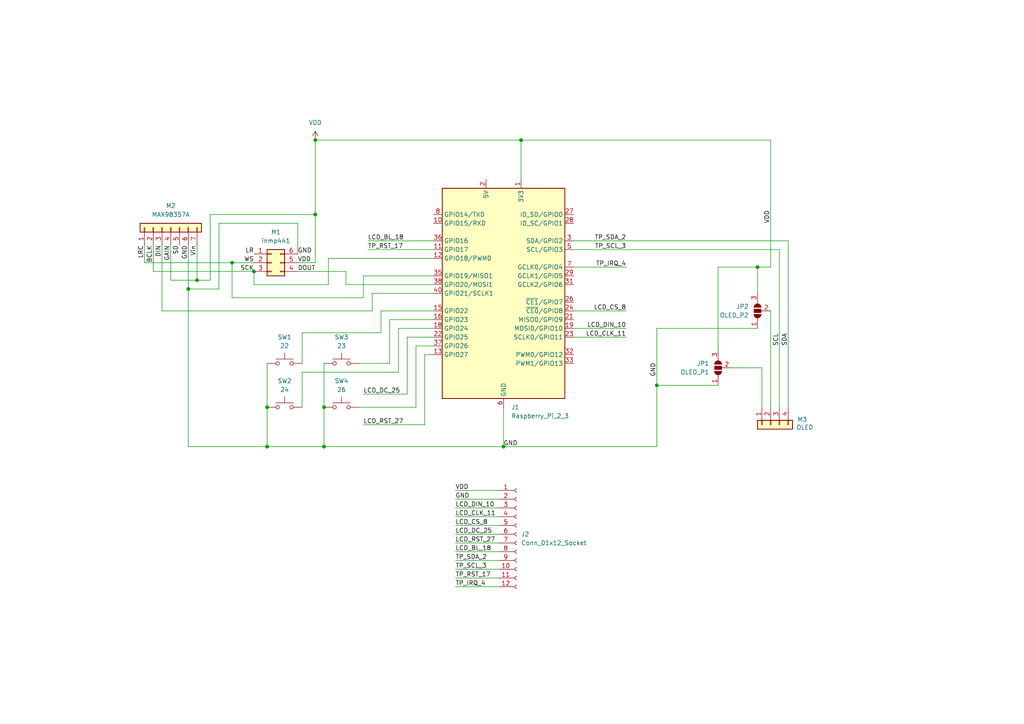
<source format=kicad_sch>
(kicad_sch
	(version 20231120)
	(generator "eeschema")
	(generator_version "8.0")
	(uuid "2545a8b8-53eb-476d-9a33-6c299714d07a")
	(paper "A4")
	(lib_symbols
		(symbol "Connector:Conn_01x12_Socket"
			(pin_names
				(offset 1.016) hide)
			(exclude_from_sim no)
			(in_bom yes)
			(on_board yes)
			(property "Reference" "J"
				(at 0 15.24 0)
				(effects
					(font
						(size 1.27 1.27)
					)
				)
			)
			(property "Value" "Conn_01x12_Socket"
				(at 0 -17.78 0)
				(effects
					(font
						(size 1.27 1.27)
					)
				)
			)
			(property "Footprint" ""
				(at 0 0 0)
				(effects
					(font
						(size 1.27 1.27)
					)
					(hide yes)
				)
			)
			(property "Datasheet" "~"
				(at 0 0 0)
				(effects
					(font
						(size 1.27 1.27)
					)
					(hide yes)
				)
			)
			(property "Description" "Generic connector, single row, 01x12, script generated"
				(at 0 0 0)
				(effects
					(font
						(size 1.27 1.27)
					)
					(hide yes)
				)
			)
			(property "ki_locked" ""
				(at 0 0 0)
				(effects
					(font
						(size 1.27 1.27)
					)
				)
			)
			(property "ki_keywords" "connector"
				(at 0 0 0)
				(effects
					(font
						(size 1.27 1.27)
					)
					(hide yes)
				)
			)
			(property "ki_fp_filters" "Connector*:*_1x??_*"
				(at 0 0 0)
				(effects
					(font
						(size 1.27 1.27)
					)
					(hide yes)
				)
			)
			(symbol "Conn_01x12_Socket_1_1"
				(arc
					(start 0 -14.732)
					(mid -0.5058 -15.24)
					(end 0 -15.748)
					(stroke
						(width 0.1524)
						(type default)
					)
					(fill
						(type none)
					)
				)
				(arc
					(start 0 -12.192)
					(mid -0.5058 -12.7)
					(end 0 -13.208)
					(stroke
						(width 0.1524)
						(type default)
					)
					(fill
						(type none)
					)
				)
				(arc
					(start 0 -9.652)
					(mid -0.5058 -10.16)
					(end 0 -10.668)
					(stroke
						(width 0.1524)
						(type default)
					)
					(fill
						(type none)
					)
				)
				(arc
					(start 0 -7.112)
					(mid -0.5058 -7.62)
					(end 0 -8.128)
					(stroke
						(width 0.1524)
						(type default)
					)
					(fill
						(type none)
					)
				)
				(arc
					(start 0 -4.572)
					(mid -0.5058 -5.08)
					(end 0 -5.588)
					(stroke
						(width 0.1524)
						(type default)
					)
					(fill
						(type none)
					)
				)
				(arc
					(start 0 -2.032)
					(mid -0.5058 -2.54)
					(end 0 -3.048)
					(stroke
						(width 0.1524)
						(type default)
					)
					(fill
						(type none)
					)
				)
				(polyline
					(pts
						(xy -1.27 -15.24) (xy -0.508 -15.24)
					)
					(stroke
						(width 0.1524)
						(type default)
					)
					(fill
						(type none)
					)
				)
				(polyline
					(pts
						(xy -1.27 -12.7) (xy -0.508 -12.7)
					)
					(stroke
						(width 0.1524)
						(type default)
					)
					(fill
						(type none)
					)
				)
				(polyline
					(pts
						(xy -1.27 -10.16) (xy -0.508 -10.16)
					)
					(stroke
						(width 0.1524)
						(type default)
					)
					(fill
						(type none)
					)
				)
				(polyline
					(pts
						(xy -1.27 -7.62) (xy -0.508 -7.62)
					)
					(stroke
						(width 0.1524)
						(type default)
					)
					(fill
						(type none)
					)
				)
				(polyline
					(pts
						(xy -1.27 -5.08) (xy -0.508 -5.08)
					)
					(stroke
						(width 0.1524)
						(type default)
					)
					(fill
						(type none)
					)
				)
				(polyline
					(pts
						(xy -1.27 -2.54) (xy -0.508 -2.54)
					)
					(stroke
						(width 0.1524)
						(type default)
					)
					(fill
						(type none)
					)
				)
				(polyline
					(pts
						(xy -1.27 0) (xy -0.508 0)
					)
					(stroke
						(width 0.1524)
						(type default)
					)
					(fill
						(type none)
					)
				)
				(polyline
					(pts
						(xy -1.27 2.54) (xy -0.508 2.54)
					)
					(stroke
						(width 0.1524)
						(type default)
					)
					(fill
						(type none)
					)
				)
				(polyline
					(pts
						(xy -1.27 5.08) (xy -0.508 5.08)
					)
					(stroke
						(width 0.1524)
						(type default)
					)
					(fill
						(type none)
					)
				)
				(polyline
					(pts
						(xy -1.27 7.62) (xy -0.508 7.62)
					)
					(stroke
						(width 0.1524)
						(type default)
					)
					(fill
						(type none)
					)
				)
				(polyline
					(pts
						(xy -1.27 10.16) (xy -0.508 10.16)
					)
					(stroke
						(width 0.1524)
						(type default)
					)
					(fill
						(type none)
					)
				)
				(polyline
					(pts
						(xy -1.27 12.7) (xy -0.508 12.7)
					)
					(stroke
						(width 0.1524)
						(type default)
					)
					(fill
						(type none)
					)
				)
				(arc
					(start 0 0.508)
					(mid -0.5058 0)
					(end 0 -0.508)
					(stroke
						(width 0.1524)
						(type default)
					)
					(fill
						(type none)
					)
				)
				(arc
					(start 0 3.048)
					(mid -0.5058 2.54)
					(end 0 2.032)
					(stroke
						(width 0.1524)
						(type default)
					)
					(fill
						(type none)
					)
				)
				(arc
					(start 0 5.588)
					(mid -0.5058 5.08)
					(end 0 4.572)
					(stroke
						(width 0.1524)
						(type default)
					)
					(fill
						(type none)
					)
				)
				(arc
					(start 0 8.128)
					(mid -0.5058 7.62)
					(end 0 7.112)
					(stroke
						(width 0.1524)
						(type default)
					)
					(fill
						(type none)
					)
				)
				(arc
					(start 0 10.668)
					(mid -0.5058 10.16)
					(end 0 9.652)
					(stroke
						(width 0.1524)
						(type default)
					)
					(fill
						(type none)
					)
				)
				(arc
					(start 0 13.208)
					(mid -0.5058 12.7)
					(end 0 12.192)
					(stroke
						(width 0.1524)
						(type default)
					)
					(fill
						(type none)
					)
				)
				(pin passive line
					(at -5.08 12.7 0)
					(length 3.81)
					(name "Pin_1"
						(effects
							(font
								(size 1.27 1.27)
							)
						)
					)
					(number "1"
						(effects
							(font
								(size 1.27 1.27)
							)
						)
					)
				)
				(pin passive line
					(at -5.08 -10.16 0)
					(length 3.81)
					(name "Pin_10"
						(effects
							(font
								(size 1.27 1.27)
							)
						)
					)
					(number "10"
						(effects
							(font
								(size 1.27 1.27)
							)
						)
					)
				)
				(pin passive line
					(at -5.08 -12.7 0)
					(length 3.81)
					(name "Pin_11"
						(effects
							(font
								(size 1.27 1.27)
							)
						)
					)
					(number "11"
						(effects
							(font
								(size 1.27 1.27)
							)
						)
					)
				)
				(pin passive line
					(at -5.08 -15.24 0)
					(length 3.81)
					(name "Pin_12"
						(effects
							(font
								(size 1.27 1.27)
							)
						)
					)
					(number "12"
						(effects
							(font
								(size 1.27 1.27)
							)
						)
					)
				)
				(pin passive line
					(at -5.08 10.16 0)
					(length 3.81)
					(name "Pin_2"
						(effects
							(font
								(size 1.27 1.27)
							)
						)
					)
					(number "2"
						(effects
							(font
								(size 1.27 1.27)
							)
						)
					)
				)
				(pin passive line
					(at -5.08 7.62 0)
					(length 3.81)
					(name "Pin_3"
						(effects
							(font
								(size 1.27 1.27)
							)
						)
					)
					(number "3"
						(effects
							(font
								(size 1.27 1.27)
							)
						)
					)
				)
				(pin passive line
					(at -5.08 5.08 0)
					(length 3.81)
					(name "Pin_4"
						(effects
							(font
								(size 1.27 1.27)
							)
						)
					)
					(number "4"
						(effects
							(font
								(size 1.27 1.27)
							)
						)
					)
				)
				(pin passive line
					(at -5.08 2.54 0)
					(length 3.81)
					(name "Pin_5"
						(effects
							(font
								(size 1.27 1.27)
							)
						)
					)
					(number "5"
						(effects
							(font
								(size 1.27 1.27)
							)
						)
					)
				)
				(pin passive line
					(at -5.08 0 0)
					(length 3.81)
					(name "Pin_6"
						(effects
							(font
								(size 1.27 1.27)
							)
						)
					)
					(number "6"
						(effects
							(font
								(size 1.27 1.27)
							)
						)
					)
				)
				(pin passive line
					(at -5.08 -2.54 0)
					(length 3.81)
					(name "Pin_7"
						(effects
							(font
								(size 1.27 1.27)
							)
						)
					)
					(number "7"
						(effects
							(font
								(size 1.27 1.27)
							)
						)
					)
				)
				(pin passive line
					(at -5.08 -5.08 0)
					(length 3.81)
					(name "Pin_8"
						(effects
							(font
								(size 1.27 1.27)
							)
						)
					)
					(number "8"
						(effects
							(font
								(size 1.27 1.27)
							)
						)
					)
				)
				(pin passive line
					(at -5.08 -7.62 0)
					(length 3.81)
					(name "Pin_9"
						(effects
							(font
								(size 1.27 1.27)
							)
						)
					)
					(number "9"
						(effects
							(font
								(size 1.27 1.27)
							)
						)
					)
				)
			)
		)
		(symbol "Connector:Raspberry_Pi_2_3"
			(exclude_from_sim no)
			(in_bom yes)
			(on_board yes)
			(property "Reference" "J"
				(at -17.78 31.75 0)
				(effects
					(font
						(size 1.27 1.27)
					)
					(justify left bottom)
				)
			)
			(property "Value" "Raspberry_Pi_2_3"
				(at 10.16 -31.75 0)
				(effects
					(font
						(size 1.27 1.27)
					)
					(justify left top)
				)
			)
			(property "Footprint" ""
				(at 0 0 0)
				(effects
					(font
						(size 1.27 1.27)
					)
					(hide yes)
				)
			)
			(property "Datasheet" "https://www.raspberrypi.org/documentation/hardware/raspberrypi/schematics/rpi_SCH_3bplus_1p0_reduced.pdf"
				(at 60.96 -44.45 0)
				(effects
					(font
						(size 1.27 1.27)
					)
					(hide yes)
				)
			)
			(property "Description" "expansion header for Raspberry Pi 2 & 3"
				(at 0 0 0)
				(effects
					(font
						(size 1.27 1.27)
					)
					(hide yes)
				)
			)
			(property "ki_keywords" "raspberrypi gpio"
				(at 0 0 0)
				(effects
					(font
						(size 1.27 1.27)
					)
					(hide yes)
				)
			)
			(property "ki_fp_filters" "PinHeader*2x20*P2.54mm*Vertical* PinSocket*2x20*P2.54mm*Vertical*"
				(at 0 0 0)
				(effects
					(font
						(size 1.27 1.27)
					)
					(hide yes)
				)
			)
			(symbol "Raspberry_Pi_2_3_0_1"
				(rectangle
					(start -17.78 30.48)
					(end 17.78 -30.48)
					(stroke
						(width 0.254)
						(type default)
					)
					(fill
						(type background)
					)
				)
			)
			(symbol "Raspberry_Pi_2_3_1_1"
				(pin power_in line
					(at 5.08 33.02 270)
					(length 2.54)
					(name "3V3"
						(effects
							(font
								(size 1.27 1.27)
							)
						)
					)
					(number "1"
						(effects
							(font
								(size 1.27 1.27)
							)
						)
					)
				)
				(pin bidirectional line
					(at -20.32 20.32 0)
					(length 2.54)
					(name "GPIO15/RXD"
						(effects
							(font
								(size 1.27 1.27)
							)
						)
					)
					(number "10"
						(effects
							(font
								(size 1.27 1.27)
							)
						)
					)
				)
				(pin bidirectional line
					(at -20.32 12.7 0)
					(length 2.54)
					(name "GPIO17"
						(effects
							(font
								(size 1.27 1.27)
							)
						)
					)
					(number "11"
						(effects
							(font
								(size 1.27 1.27)
							)
						)
					)
				)
				(pin bidirectional line
					(at -20.32 10.16 0)
					(length 2.54)
					(name "GPIO18/PWM0"
						(effects
							(font
								(size 1.27 1.27)
							)
						)
					)
					(number "12"
						(effects
							(font
								(size 1.27 1.27)
							)
						)
					)
				)
				(pin bidirectional line
					(at -20.32 -17.78 0)
					(length 2.54)
					(name "GPIO27"
						(effects
							(font
								(size 1.27 1.27)
							)
						)
					)
					(number "13"
						(effects
							(font
								(size 1.27 1.27)
							)
						)
					)
				)
				(pin passive line
					(at 0 -33.02 90)
					(length 2.54) hide
					(name "GND"
						(effects
							(font
								(size 1.27 1.27)
							)
						)
					)
					(number "14"
						(effects
							(font
								(size 1.27 1.27)
							)
						)
					)
				)
				(pin bidirectional line
					(at -20.32 -5.08 0)
					(length 2.54)
					(name "GPIO22"
						(effects
							(font
								(size 1.27 1.27)
							)
						)
					)
					(number "15"
						(effects
							(font
								(size 1.27 1.27)
							)
						)
					)
				)
				(pin bidirectional line
					(at -20.32 -7.62 0)
					(length 2.54)
					(name "GPIO23"
						(effects
							(font
								(size 1.27 1.27)
							)
						)
					)
					(number "16"
						(effects
							(font
								(size 1.27 1.27)
							)
						)
					)
				)
				(pin passive line
					(at 5.08 33.02 270)
					(length 2.54) hide
					(name "3V3"
						(effects
							(font
								(size 1.27 1.27)
							)
						)
					)
					(number "17"
						(effects
							(font
								(size 1.27 1.27)
							)
						)
					)
				)
				(pin bidirectional line
					(at -20.32 -10.16 0)
					(length 2.54)
					(name "GPIO24"
						(effects
							(font
								(size 1.27 1.27)
							)
						)
					)
					(number "18"
						(effects
							(font
								(size 1.27 1.27)
							)
						)
					)
				)
				(pin bidirectional line
					(at 20.32 -10.16 180)
					(length 2.54)
					(name "MOSI0/GPIO10"
						(effects
							(font
								(size 1.27 1.27)
							)
						)
					)
					(number "19"
						(effects
							(font
								(size 1.27 1.27)
							)
						)
					)
				)
				(pin power_in line
					(at -5.08 33.02 270)
					(length 2.54)
					(name "5V"
						(effects
							(font
								(size 1.27 1.27)
							)
						)
					)
					(number "2"
						(effects
							(font
								(size 1.27 1.27)
							)
						)
					)
				)
				(pin passive line
					(at 0 -33.02 90)
					(length 2.54) hide
					(name "GND"
						(effects
							(font
								(size 1.27 1.27)
							)
						)
					)
					(number "20"
						(effects
							(font
								(size 1.27 1.27)
							)
						)
					)
				)
				(pin bidirectional line
					(at 20.32 -7.62 180)
					(length 2.54)
					(name "MISO0/GPIO9"
						(effects
							(font
								(size 1.27 1.27)
							)
						)
					)
					(number "21"
						(effects
							(font
								(size 1.27 1.27)
							)
						)
					)
				)
				(pin bidirectional line
					(at -20.32 -12.7 0)
					(length 2.54)
					(name "GPIO25"
						(effects
							(font
								(size 1.27 1.27)
							)
						)
					)
					(number "22"
						(effects
							(font
								(size 1.27 1.27)
							)
						)
					)
				)
				(pin bidirectional line
					(at 20.32 -12.7 180)
					(length 2.54)
					(name "SCLK0/GPIO11"
						(effects
							(font
								(size 1.27 1.27)
							)
						)
					)
					(number "23"
						(effects
							(font
								(size 1.27 1.27)
							)
						)
					)
				)
				(pin bidirectional line
					(at 20.32 -5.08 180)
					(length 2.54)
					(name "~{CE0}/GPIO8"
						(effects
							(font
								(size 1.27 1.27)
							)
						)
					)
					(number "24"
						(effects
							(font
								(size 1.27 1.27)
							)
						)
					)
				)
				(pin passive line
					(at 0 -33.02 90)
					(length 2.54) hide
					(name "GND"
						(effects
							(font
								(size 1.27 1.27)
							)
						)
					)
					(number "25"
						(effects
							(font
								(size 1.27 1.27)
							)
						)
					)
				)
				(pin bidirectional line
					(at 20.32 -2.54 180)
					(length 2.54)
					(name "~{CE1}/GPIO7"
						(effects
							(font
								(size 1.27 1.27)
							)
						)
					)
					(number "26"
						(effects
							(font
								(size 1.27 1.27)
							)
						)
					)
				)
				(pin bidirectional line
					(at 20.32 22.86 180)
					(length 2.54)
					(name "ID_SD/GPIO0"
						(effects
							(font
								(size 1.27 1.27)
							)
						)
					)
					(number "27"
						(effects
							(font
								(size 1.27 1.27)
							)
						)
					)
				)
				(pin bidirectional line
					(at 20.32 20.32 180)
					(length 2.54)
					(name "ID_SC/GPIO1"
						(effects
							(font
								(size 1.27 1.27)
							)
						)
					)
					(number "28"
						(effects
							(font
								(size 1.27 1.27)
							)
						)
					)
				)
				(pin bidirectional line
					(at 20.32 5.08 180)
					(length 2.54)
					(name "GCLK1/GPIO5"
						(effects
							(font
								(size 1.27 1.27)
							)
						)
					)
					(number "29"
						(effects
							(font
								(size 1.27 1.27)
							)
						)
					)
				)
				(pin bidirectional line
					(at 20.32 15.24 180)
					(length 2.54)
					(name "SDA/GPIO2"
						(effects
							(font
								(size 1.27 1.27)
							)
						)
					)
					(number "3"
						(effects
							(font
								(size 1.27 1.27)
							)
						)
					)
				)
				(pin passive line
					(at 0 -33.02 90)
					(length 2.54) hide
					(name "GND"
						(effects
							(font
								(size 1.27 1.27)
							)
						)
					)
					(number "30"
						(effects
							(font
								(size 1.27 1.27)
							)
						)
					)
				)
				(pin bidirectional line
					(at 20.32 2.54 180)
					(length 2.54)
					(name "GCLK2/GPIO6"
						(effects
							(font
								(size 1.27 1.27)
							)
						)
					)
					(number "31"
						(effects
							(font
								(size 1.27 1.27)
							)
						)
					)
				)
				(pin bidirectional line
					(at 20.32 -17.78 180)
					(length 2.54)
					(name "PWM0/GPIO12"
						(effects
							(font
								(size 1.27 1.27)
							)
						)
					)
					(number "32"
						(effects
							(font
								(size 1.27 1.27)
							)
						)
					)
				)
				(pin bidirectional line
					(at 20.32 -20.32 180)
					(length 2.54)
					(name "PWM1/GPIO13"
						(effects
							(font
								(size 1.27 1.27)
							)
						)
					)
					(number "33"
						(effects
							(font
								(size 1.27 1.27)
							)
						)
					)
				)
				(pin passive line
					(at 0 -33.02 90)
					(length 2.54) hide
					(name "GND"
						(effects
							(font
								(size 1.27 1.27)
							)
						)
					)
					(number "34"
						(effects
							(font
								(size 1.27 1.27)
							)
						)
					)
				)
				(pin bidirectional line
					(at -20.32 5.08 0)
					(length 2.54)
					(name "GPIO19/MISO1"
						(effects
							(font
								(size 1.27 1.27)
							)
						)
					)
					(number "35"
						(effects
							(font
								(size 1.27 1.27)
							)
						)
					)
				)
				(pin bidirectional line
					(at -20.32 15.24 0)
					(length 2.54)
					(name "GPIO16"
						(effects
							(font
								(size 1.27 1.27)
							)
						)
					)
					(number "36"
						(effects
							(font
								(size 1.27 1.27)
							)
						)
					)
				)
				(pin bidirectional line
					(at -20.32 -15.24 0)
					(length 2.54)
					(name "GPIO26"
						(effects
							(font
								(size 1.27 1.27)
							)
						)
					)
					(number "37"
						(effects
							(font
								(size 1.27 1.27)
							)
						)
					)
				)
				(pin bidirectional line
					(at -20.32 2.54 0)
					(length 2.54)
					(name "GPIO20/MOSI1"
						(effects
							(font
								(size 1.27 1.27)
							)
						)
					)
					(number "38"
						(effects
							(font
								(size 1.27 1.27)
							)
						)
					)
				)
				(pin passive line
					(at 0 -33.02 90)
					(length 2.54) hide
					(name "GND"
						(effects
							(font
								(size 1.27 1.27)
							)
						)
					)
					(number "39"
						(effects
							(font
								(size 1.27 1.27)
							)
						)
					)
				)
				(pin passive line
					(at -5.08 33.02 270)
					(length 2.54) hide
					(name "5V"
						(effects
							(font
								(size 1.27 1.27)
							)
						)
					)
					(number "4"
						(effects
							(font
								(size 1.27 1.27)
							)
						)
					)
				)
				(pin bidirectional line
					(at -20.32 0 0)
					(length 2.54)
					(name "GPIO21/SCLK1"
						(effects
							(font
								(size 1.27 1.27)
							)
						)
					)
					(number "40"
						(effects
							(font
								(size 1.27 1.27)
							)
						)
					)
				)
				(pin bidirectional line
					(at 20.32 12.7 180)
					(length 2.54)
					(name "SCL/GPIO3"
						(effects
							(font
								(size 1.27 1.27)
							)
						)
					)
					(number "5"
						(effects
							(font
								(size 1.27 1.27)
							)
						)
					)
				)
				(pin power_in line
					(at 0 -33.02 90)
					(length 2.54)
					(name "GND"
						(effects
							(font
								(size 1.27 1.27)
							)
						)
					)
					(number "6"
						(effects
							(font
								(size 1.27 1.27)
							)
						)
					)
				)
				(pin bidirectional line
					(at 20.32 7.62 180)
					(length 2.54)
					(name "GCLK0/GPIO4"
						(effects
							(font
								(size 1.27 1.27)
							)
						)
					)
					(number "7"
						(effects
							(font
								(size 1.27 1.27)
							)
						)
					)
				)
				(pin bidirectional line
					(at -20.32 22.86 0)
					(length 2.54)
					(name "GPIO14/TXD"
						(effects
							(font
								(size 1.27 1.27)
							)
						)
					)
					(number "8"
						(effects
							(font
								(size 1.27 1.27)
							)
						)
					)
				)
				(pin passive line
					(at 0 -33.02 90)
					(length 2.54) hide
					(name "GND"
						(effects
							(font
								(size 1.27 1.27)
							)
						)
					)
					(number "9"
						(effects
							(font
								(size 1.27 1.27)
							)
						)
					)
				)
			)
		)
		(symbol "Connector_Generic:Conn_01x04"
			(pin_names
				(offset 1.016) hide)
			(exclude_from_sim no)
			(in_bom yes)
			(on_board yes)
			(property "Reference" "J"
				(at 0 5.08 0)
				(effects
					(font
						(size 1.27 1.27)
					)
				)
			)
			(property "Value" "Conn_01x04"
				(at 0 -7.62 0)
				(effects
					(font
						(size 1.27 1.27)
					)
				)
			)
			(property "Footprint" ""
				(at 0 0 0)
				(effects
					(font
						(size 1.27 1.27)
					)
					(hide yes)
				)
			)
			(property "Datasheet" "~"
				(at 0 0 0)
				(effects
					(font
						(size 1.27 1.27)
					)
					(hide yes)
				)
			)
			(property "Description" "Generic connector, single row, 01x04, script generated (kicad-library-utils/schlib/autogen/connector/)"
				(at 0 0 0)
				(effects
					(font
						(size 1.27 1.27)
					)
					(hide yes)
				)
			)
			(property "ki_keywords" "connector"
				(at 0 0 0)
				(effects
					(font
						(size 1.27 1.27)
					)
					(hide yes)
				)
			)
			(property "ki_fp_filters" "Connector*:*_1x??_*"
				(at 0 0 0)
				(effects
					(font
						(size 1.27 1.27)
					)
					(hide yes)
				)
			)
			(symbol "Conn_01x04_1_1"
				(rectangle
					(start -1.27 -4.953)
					(end 0 -5.207)
					(stroke
						(width 0.1524)
						(type default)
					)
					(fill
						(type none)
					)
				)
				(rectangle
					(start -1.27 -2.413)
					(end 0 -2.667)
					(stroke
						(width 0.1524)
						(type default)
					)
					(fill
						(type none)
					)
				)
				(rectangle
					(start -1.27 0.127)
					(end 0 -0.127)
					(stroke
						(width 0.1524)
						(type default)
					)
					(fill
						(type none)
					)
				)
				(rectangle
					(start -1.27 2.667)
					(end 0 2.413)
					(stroke
						(width 0.1524)
						(type default)
					)
					(fill
						(type none)
					)
				)
				(rectangle
					(start -1.27 3.81)
					(end 1.27 -6.35)
					(stroke
						(width 0.254)
						(type default)
					)
					(fill
						(type background)
					)
				)
				(pin passive line
					(at -5.08 2.54 0)
					(length 3.81)
					(name "Pin_1"
						(effects
							(font
								(size 1.27 1.27)
							)
						)
					)
					(number "1"
						(effects
							(font
								(size 1.27 1.27)
							)
						)
					)
				)
				(pin passive line
					(at -5.08 0 0)
					(length 3.81)
					(name "Pin_2"
						(effects
							(font
								(size 1.27 1.27)
							)
						)
					)
					(number "2"
						(effects
							(font
								(size 1.27 1.27)
							)
						)
					)
				)
				(pin passive line
					(at -5.08 -2.54 0)
					(length 3.81)
					(name "Pin_3"
						(effects
							(font
								(size 1.27 1.27)
							)
						)
					)
					(number "3"
						(effects
							(font
								(size 1.27 1.27)
							)
						)
					)
				)
				(pin passive line
					(at -5.08 -5.08 0)
					(length 3.81)
					(name "Pin_4"
						(effects
							(font
								(size 1.27 1.27)
							)
						)
					)
					(number "4"
						(effects
							(font
								(size 1.27 1.27)
							)
						)
					)
				)
			)
		)
		(symbol "Connector_Generic:Conn_01x07"
			(pin_names
				(offset 1.016) hide)
			(exclude_from_sim no)
			(in_bom yes)
			(on_board yes)
			(property "Reference" "J"
				(at 0 10.16 0)
				(effects
					(font
						(size 1.27 1.27)
					)
				)
			)
			(property "Value" "Conn_01x07"
				(at 0 -10.16 0)
				(effects
					(font
						(size 1.27 1.27)
					)
				)
			)
			(property "Footprint" ""
				(at 0 0 0)
				(effects
					(font
						(size 1.27 1.27)
					)
					(hide yes)
				)
			)
			(property "Datasheet" "~"
				(at 0 0 0)
				(effects
					(font
						(size 1.27 1.27)
					)
					(hide yes)
				)
			)
			(property "Description" "Generic connector, single row, 01x07, script generated (kicad-library-utils/schlib/autogen/connector/)"
				(at 0 0 0)
				(effects
					(font
						(size 1.27 1.27)
					)
					(hide yes)
				)
			)
			(property "ki_keywords" "connector"
				(at 0 0 0)
				(effects
					(font
						(size 1.27 1.27)
					)
					(hide yes)
				)
			)
			(property "ki_fp_filters" "Connector*:*_1x??_*"
				(at 0 0 0)
				(effects
					(font
						(size 1.27 1.27)
					)
					(hide yes)
				)
			)
			(symbol "Conn_01x07_1_1"
				(rectangle
					(start -1.27 -7.493)
					(end 0 -7.747)
					(stroke
						(width 0.1524)
						(type default)
					)
					(fill
						(type none)
					)
				)
				(rectangle
					(start -1.27 -4.953)
					(end 0 -5.207)
					(stroke
						(width 0.1524)
						(type default)
					)
					(fill
						(type none)
					)
				)
				(rectangle
					(start -1.27 -2.413)
					(end 0 -2.667)
					(stroke
						(width 0.1524)
						(type default)
					)
					(fill
						(type none)
					)
				)
				(rectangle
					(start -1.27 0.127)
					(end 0 -0.127)
					(stroke
						(width 0.1524)
						(type default)
					)
					(fill
						(type none)
					)
				)
				(rectangle
					(start -1.27 2.667)
					(end 0 2.413)
					(stroke
						(width 0.1524)
						(type default)
					)
					(fill
						(type none)
					)
				)
				(rectangle
					(start -1.27 5.207)
					(end 0 4.953)
					(stroke
						(width 0.1524)
						(type default)
					)
					(fill
						(type none)
					)
				)
				(rectangle
					(start -1.27 7.747)
					(end 0 7.493)
					(stroke
						(width 0.1524)
						(type default)
					)
					(fill
						(type none)
					)
				)
				(rectangle
					(start -1.27 8.89)
					(end 1.27 -8.89)
					(stroke
						(width 0.254)
						(type default)
					)
					(fill
						(type background)
					)
				)
				(pin passive line
					(at -5.08 7.62 0)
					(length 3.81)
					(name "Pin_1"
						(effects
							(font
								(size 1.27 1.27)
							)
						)
					)
					(number "1"
						(effects
							(font
								(size 1.27 1.27)
							)
						)
					)
				)
				(pin passive line
					(at -5.08 5.08 0)
					(length 3.81)
					(name "Pin_2"
						(effects
							(font
								(size 1.27 1.27)
							)
						)
					)
					(number "2"
						(effects
							(font
								(size 1.27 1.27)
							)
						)
					)
				)
				(pin passive line
					(at -5.08 2.54 0)
					(length 3.81)
					(name "Pin_3"
						(effects
							(font
								(size 1.27 1.27)
							)
						)
					)
					(number "3"
						(effects
							(font
								(size 1.27 1.27)
							)
						)
					)
				)
				(pin passive line
					(at -5.08 0 0)
					(length 3.81)
					(name "Pin_4"
						(effects
							(font
								(size 1.27 1.27)
							)
						)
					)
					(number "4"
						(effects
							(font
								(size 1.27 1.27)
							)
						)
					)
				)
				(pin passive line
					(at -5.08 -2.54 0)
					(length 3.81)
					(name "Pin_5"
						(effects
							(font
								(size 1.27 1.27)
							)
						)
					)
					(number "5"
						(effects
							(font
								(size 1.27 1.27)
							)
						)
					)
				)
				(pin passive line
					(at -5.08 -5.08 0)
					(length 3.81)
					(name "Pin_6"
						(effects
							(font
								(size 1.27 1.27)
							)
						)
					)
					(number "6"
						(effects
							(font
								(size 1.27 1.27)
							)
						)
					)
				)
				(pin passive line
					(at -5.08 -7.62 0)
					(length 3.81)
					(name "Pin_7"
						(effects
							(font
								(size 1.27 1.27)
							)
						)
					)
					(number "7"
						(effects
							(font
								(size 1.27 1.27)
							)
						)
					)
				)
			)
		)
		(symbol "Connector_Generic:Conn_02x03_Counter_Clockwise"
			(pin_names
				(offset 1.016) hide)
			(exclude_from_sim no)
			(in_bom yes)
			(on_board yes)
			(property "Reference" "J"
				(at 1.27 5.08 0)
				(effects
					(font
						(size 1.27 1.27)
					)
				)
			)
			(property "Value" "Conn_02x03_Counter_Clockwise"
				(at 1.27 -5.08 0)
				(effects
					(font
						(size 1.27 1.27)
					)
				)
			)
			(property "Footprint" ""
				(at 0 0 0)
				(effects
					(font
						(size 1.27 1.27)
					)
					(hide yes)
				)
			)
			(property "Datasheet" "~"
				(at 0 0 0)
				(effects
					(font
						(size 1.27 1.27)
					)
					(hide yes)
				)
			)
			(property "Description" "Generic connector, double row, 02x03, counter clockwise pin numbering scheme (similar to DIP package numbering), script generated (kicad-library-utils/schlib/autogen/connector/)"
				(at 0 0 0)
				(effects
					(font
						(size 1.27 1.27)
					)
					(hide yes)
				)
			)
			(property "ki_keywords" "connector"
				(at 0 0 0)
				(effects
					(font
						(size 1.27 1.27)
					)
					(hide yes)
				)
			)
			(property "ki_fp_filters" "Connector*:*_2x??_*"
				(at 0 0 0)
				(effects
					(font
						(size 1.27 1.27)
					)
					(hide yes)
				)
			)
			(symbol "Conn_02x03_Counter_Clockwise_1_1"
				(rectangle
					(start -1.27 -2.413)
					(end 0 -2.667)
					(stroke
						(width 0.1524)
						(type default)
					)
					(fill
						(type none)
					)
				)
				(rectangle
					(start -1.27 0.127)
					(end 0 -0.127)
					(stroke
						(width 0.1524)
						(type default)
					)
					(fill
						(type none)
					)
				)
				(rectangle
					(start -1.27 2.667)
					(end 0 2.413)
					(stroke
						(width 0.1524)
						(type default)
					)
					(fill
						(type none)
					)
				)
				(rectangle
					(start -1.27 3.81)
					(end 3.81 -3.81)
					(stroke
						(width 0.254)
						(type default)
					)
					(fill
						(type background)
					)
				)
				(rectangle
					(start 3.81 -2.413)
					(end 2.54 -2.667)
					(stroke
						(width 0.1524)
						(type default)
					)
					(fill
						(type none)
					)
				)
				(rectangle
					(start 3.81 0.127)
					(end 2.54 -0.127)
					(stroke
						(width 0.1524)
						(type default)
					)
					(fill
						(type none)
					)
				)
				(rectangle
					(start 3.81 2.667)
					(end 2.54 2.413)
					(stroke
						(width 0.1524)
						(type default)
					)
					(fill
						(type none)
					)
				)
				(pin passive line
					(at -5.08 2.54 0)
					(length 3.81)
					(name "Pin_1"
						(effects
							(font
								(size 1.27 1.27)
							)
						)
					)
					(number "1"
						(effects
							(font
								(size 1.27 1.27)
							)
						)
					)
				)
				(pin passive line
					(at -5.08 0 0)
					(length 3.81)
					(name "Pin_2"
						(effects
							(font
								(size 1.27 1.27)
							)
						)
					)
					(number "2"
						(effects
							(font
								(size 1.27 1.27)
							)
						)
					)
				)
				(pin passive line
					(at -5.08 -2.54 0)
					(length 3.81)
					(name "Pin_3"
						(effects
							(font
								(size 1.27 1.27)
							)
						)
					)
					(number "3"
						(effects
							(font
								(size 1.27 1.27)
							)
						)
					)
				)
				(pin passive line
					(at 7.62 -2.54 180)
					(length 3.81)
					(name "Pin_4"
						(effects
							(font
								(size 1.27 1.27)
							)
						)
					)
					(number "4"
						(effects
							(font
								(size 1.27 1.27)
							)
						)
					)
				)
				(pin passive line
					(at 7.62 0 180)
					(length 3.81)
					(name "Pin_5"
						(effects
							(font
								(size 1.27 1.27)
							)
						)
					)
					(number "5"
						(effects
							(font
								(size 1.27 1.27)
							)
						)
					)
				)
				(pin passive line
					(at 7.62 2.54 180)
					(length 3.81)
					(name "Pin_6"
						(effects
							(font
								(size 1.27 1.27)
							)
						)
					)
					(number "6"
						(effects
							(font
								(size 1.27 1.27)
							)
						)
					)
				)
			)
		)
		(symbol "Jumper:SolderJumper_3_Open"
			(pin_names
				(offset 0) hide)
			(exclude_from_sim yes)
			(in_bom no)
			(on_board yes)
			(property "Reference" "JP"
				(at -2.54 -2.54 0)
				(effects
					(font
						(size 1.27 1.27)
					)
				)
			)
			(property "Value" "SolderJumper_3_Open"
				(at 0 2.794 0)
				(effects
					(font
						(size 1.27 1.27)
					)
				)
			)
			(property "Footprint" ""
				(at 0 0 0)
				(effects
					(font
						(size 1.27 1.27)
					)
					(hide yes)
				)
			)
			(property "Datasheet" "~"
				(at 0 0 0)
				(effects
					(font
						(size 1.27 1.27)
					)
					(hide yes)
				)
			)
			(property "Description" "Solder Jumper, 3-pole, open"
				(at 0 0 0)
				(effects
					(font
						(size 1.27 1.27)
					)
					(hide yes)
				)
			)
			(property "ki_keywords" "Solder Jumper SPDT"
				(at 0 0 0)
				(effects
					(font
						(size 1.27 1.27)
					)
					(hide yes)
				)
			)
			(property "ki_fp_filters" "SolderJumper*Open*"
				(at 0 0 0)
				(effects
					(font
						(size 1.27 1.27)
					)
					(hide yes)
				)
			)
			(symbol "SolderJumper_3_Open_0_1"
				(arc
					(start -1.016 1.016)
					(mid -2.0276 0)
					(end -1.016 -1.016)
					(stroke
						(width 0)
						(type default)
					)
					(fill
						(type none)
					)
				)
				(arc
					(start -1.016 1.016)
					(mid -2.0276 0)
					(end -1.016 -1.016)
					(stroke
						(width 0)
						(type default)
					)
					(fill
						(type outline)
					)
				)
				(rectangle
					(start -0.508 1.016)
					(end 0.508 -1.016)
					(stroke
						(width 0)
						(type default)
					)
					(fill
						(type outline)
					)
				)
				(polyline
					(pts
						(xy -2.54 0) (xy -2.032 0)
					)
					(stroke
						(width 0)
						(type default)
					)
					(fill
						(type none)
					)
				)
				(polyline
					(pts
						(xy -1.016 1.016) (xy -1.016 -1.016)
					)
					(stroke
						(width 0)
						(type default)
					)
					(fill
						(type none)
					)
				)
				(polyline
					(pts
						(xy 0 -1.27) (xy 0 -1.016)
					)
					(stroke
						(width 0)
						(type default)
					)
					(fill
						(type none)
					)
				)
				(polyline
					(pts
						(xy 1.016 1.016) (xy 1.016 -1.016)
					)
					(stroke
						(width 0)
						(type default)
					)
					(fill
						(type none)
					)
				)
				(polyline
					(pts
						(xy 2.54 0) (xy 2.032 0)
					)
					(stroke
						(width 0)
						(type default)
					)
					(fill
						(type none)
					)
				)
				(arc
					(start 1.016 -1.016)
					(mid 2.0276 0)
					(end 1.016 1.016)
					(stroke
						(width 0)
						(type default)
					)
					(fill
						(type none)
					)
				)
				(arc
					(start 1.016 -1.016)
					(mid 2.0276 0)
					(end 1.016 1.016)
					(stroke
						(width 0)
						(type default)
					)
					(fill
						(type outline)
					)
				)
			)
			(symbol "SolderJumper_3_Open_1_1"
				(pin passive line
					(at -5.08 0 0)
					(length 2.54)
					(name "A"
						(effects
							(font
								(size 1.27 1.27)
							)
						)
					)
					(number "1"
						(effects
							(font
								(size 1.27 1.27)
							)
						)
					)
				)
				(pin passive line
					(at 0 -3.81 90)
					(length 2.54)
					(name "C"
						(effects
							(font
								(size 1.27 1.27)
							)
						)
					)
					(number "2"
						(effects
							(font
								(size 1.27 1.27)
							)
						)
					)
				)
				(pin passive line
					(at 5.08 0 180)
					(length 2.54)
					(name "B"
						(effects
							(font
								(size 1.27 1.27)
							)
						)
					)
					(number "3"
						(effects
							(font
								(size 1.27 1.27)
							)
						)
					)
				)
			)
		)
		(symbol "Switch:SW_Push"
			(pin_numbers hide)
			(pin_names
				(offset 1.016) hide)
			(exclude_from_sim no)
			(in_bom yes)
			(on_board yes)
			(property "Reference" "SW"
				(at 1.27 2.54 0)
				(effects
					(font
						(size 1.27 1.27)
					)
					(justify left)
				)
			)
			(property "Value" "SW_Push"
				(at 0 -1.524 0)
				(effects
					(font
						(size 1.27 1.27)
					)
				)
			)
			(property "Footprint" ""
				(at 0 5.08 0)
				(effects
					(font
						(size 1.27 1.27)
					)
					(hide yes)
				)
			)
			(property "Datasheet" "~"
				(at 0 5.08 0)
				(effects
					(font
						(size 1.27 1.27)
					)
					(hide yes)
				)
			)
			(property "Description" "Push button switch, generic, two pins"
				(at 0 0 0)
				(effects
					(font
						(size 1.27 1.27)
					)
					(hide yes)
				)
			)
			(property "ki_keywords" "switch normally-open pushbutton push-button"
				(at 0 0 0)
				(effects
					(font
						(size 1.27 1.27)
					)
					(hide yes)
				)
			)
			(symbol "SW_Push_0_1"
				(circle
					(center -2.032 0)
					(radius 0.508)
					(stroke
						(width 0)
						(type default)
					)
					(fill
						(type none)
					)
				)
				(polyline
					(pts
						(xy 0 1.27) (xy 0 3.048)
					)
					(stroke
						(width 0)
						(type default)
					)
					(fill
						(type none)
					)
				)
				(polyline
					(pts
						(xy 2.54 1.27) (xy -2.54 1.27)
					)
					(stroke
						(width 0)
						(type default)
					)
					(fill
						(type none)
					)
				)
				(circle
					(center 2.032 0)
					(radius 0.508)
					(stroke
						(width 0)
						(type default)
					)
					(fill
						(type none)
					)
				)
				(pin passive line
					(at -5.08 0 0)
					(length 2.54)
					(name "1"
						(effects
							(font
								(size 1.27 1.27)
							)
						)
					)
					(number "1"
						(effects
							(font
								(size 1.27 1.27)
							)
						)
					)
				)
				(pin passive line
					(at 5.08 0 180)
					(length 2.54)
					(name "2"
						(effects
							(font
								(size 1.27 1.27)
							)
						)
					)
					(number "2"
						(effects
							(font
								(size 1.27 1.27)
							)
						)
					)
				)
			)
		)
		(symbol "power:VDD"
			(power)
			(pin_numbers hide)
			(pin_names
				(offset 0) hide)
			(exclude_from_sim no)
			(in_bom yes)
			(on_board yes)
			(property "Reference" "#PWR"
				(at 0 -3.81 0)
				(effects
					(font
						(size 1.27 1.27)
					)
					(hide yes)
				)
			)
			(property "Value" "VDD"
				(at 0 3.556 0)
				(effects
					(font
						(size 1.27 1.27)
					)
				)
			)
			(property "Footprint" ""
				(at 0 0 0)
				(effects
					(font
						(size 1.27 1.27)
					)
					(hide yes)
				)
			)
			(property "Datasheet" ""
				(at 0 0 0)
				(effects
					(font
						(size 1.27 1.27)
					)
					(hide yes)
				)
			)
			(property "Description" "Power symbol creates a global label with name \"VDD\""
				(at 0 0 0)
				(effects
					(font
						(size 1.27 1.27)
					)
					(hide yes)
				)
			)
			(property "ki_keywords" "global power"
				(at 0 0 0)
				(effects
					(font
						(size 1.27 1.27)
					)
					(hide yes)
				)
			)
			(symbol "VDD_0_1"
				(polyline
					(pts
						(xy -0.762 1.27) (xy 0 2.54)
					)
					(stroke
						(width 0)
						(type default)
					)
					(fill
						(type none)
					)
				)
				(polyline
					(pts
						(xy 0 0) (xy 0 2.54)
					)
					(stroke
						(width 0)
						(type default)
					)
					(fill
						(type none)
					)
				)
				(polyline
					(pts
						(xy 0 2.54) (xy 0.762 1.27)
					)
					(stroke
						(width 0)
						(type default)
					)
					(fill
						(type none)
					)
				)
			)
			(symbol "VDD_1_1"
				(pin power_in line
					(at 0 0 90)
					(length 0)
					(name "~"
						(effects
							(font
								(size 1.27 1.27)
							)
						)
					)
					(number "1"
						(effects
							(font
								(size 1.27 1.27)
							)
						)
					)
				)
			)
		)
	)
	(junction
		(at 73.66 78.74)
		(diameter 0)
		(color 0 0 0 0)
		(uuid "0c54b62f-e623-4399-b03e-367d29168632")
	)
	(junction
		(at 91.44 40.64)
		(diameter 0)
		(color 0 0 0 0)
		(uuid "1685fcde-da54-4234-89e1-ee134aaa4bae")
	)
	(junction
		(at 91.44 62.23)
		(diameter 0)
		(color 0 0 0 0)
		(uuid "59ef1ef5-aca3-499b-867a-508adb767bb3")
	)
	(junction
		(at 190.5 111.76)
		(diameter 0)
		(color 0 0 0 0)
		(uuid "6580e930-bd79-4b08-a9d7-3ea8815ec8fc")
	)
	(junction
		(at 77.47 129.54)
		(diameter 0)
		(color 0 0 0 0)
		(uuid "6adc5773-7984-4397-8369-81ab8b062ad7")
	)
	(junction
		(at 151.13 40.64)
		(diameter 0)
		(color 0 0 0 0)
		(uuid "8a6df3f3-d7f6-4444-8f6f-1958e028e1cd")
	)
	(junction
		(at 93.98 129.54)
		(diameter 0)
		(color 0 0 0 0)
		(uuid "a641574e-182a-49a7-b5ff-62cc1cedeb62")
	)
	(junction
		(at 93.98 118.11)
		(diameter 0)
		(color 0 0 0 0)
		(uuid "b33f4e62-3cc0-4d69-bc46-d3c40fe90315")
	)
	(junction
		(at 54.61 83.82)
		(diameter 0)
		(color 0 0 0 0)
		(uuid "c09bad3d-08fd-4137-8625-a3248b765fd2")
	)
	(junction
		(at 219.71 77.47)
		(diameter 0)
		(color 0 0 0 0)
		(uuid "c42539c6-fd12-4935-9e0a-c42f0f9aae43")
	)
	(junction
		(at 77.47 118.11)
		(diameter 0)
		(color 0 0 0 0)
		(uuid "d21a2fb1-be2b-4205-bd04-3fa5452be1c4")
	)
	(junction
		(at 57.15 81.28)
		(diameter 0)
		(color 0 0 0 0)
		(uuid "d465ac8b-47ec-4b7a-8a6f-987d090ab78d")
	)
	(junction
		(at 67.31 76.2)
		(diameter 0)
		(color 0 0 0 0)
		(uuid "dffa242f-3cfb-4f85-9377-13c48d622157")
	)
	(junction
		(at 146.05 129.54)
		(diameter 0)
		(color 0 0 0 0)
		(uuid "ee6bd6ba-c63d-4048-9254-ede43a1377ad")
	)
	(wire
		(pts
			(xy 151.13 40.64) (xy 151.13 52.07)
		)
		(stroke
			(width 0)
			(type default)
		)
		(uuid "01f3dc87-718e-487f-8d54-876be24a1e0c")
	)
	(wire
		(pts
			(xy 125.73 85.09) (xy 107.95 85.09)
		)
		(stroke
			(width 0)
			(type default)
		)
		(uuid "0286caa3-52ad-49c9-a4b7-6eca37ccaf1c")
	)
	(wire
		(pts
			(xy 105.41 123.19) (xy 123.19 123.19)
		)
		(stroke
			(width 0)
			(type default)
		)
		(uuid "07cc3ccb-e3a0-4926-9d2d-281399619047")
	)
	(wire
		(pts
			(xy 100.33 78.74) (xy 86.36 78.74)
		)
		(stroke
			(width 0)
			(type default)
		)
		(uuid "0abb8108-c170-4c60-b675-40f6389c592d")
	)
	(wire
		(pts
			(xy 118.11 97.79) (xy 118.11 114.3)
		)
		(stroke
			(width 0)
			(type default)
		)
		(uuid "0eead88c-a173-4ee9-867d-2c93d568b050")
	)
	(wire
		(pts
			(xy 146.05 129.54) (xy 93.98 129.54)
		)
		(stroke
			(width 0)
			(type default)
		)
		(uuid "0f1fe969-0e3a-40b9-9a2b-7cde30473a52")
	)
	(wire
		(pts
			(xy 91.44 40.64) (xy 91.44 62.23)
		)
		(stroke
			(width 0)
			(type default)
		)
		(uuid "116fadfa-1cd3-4176-8587-6e1715ce418c")
	)
	(wire
		(pts
			(xy 132.08 154.94) (xy 144.78 154.94)
		)
		(stroke
			(width 0)
			(type default)
		)
		(uuid "1202a7af-8284-4e96-a23b-5c0705ecf3b3")
	)
	(wire
		(pts
			(xy 190.5 95.25) (xy 190.5 111.76)
		)
		(stroke
			(width 0)
			(type default)
		)
		(uuid "126f5289-a7ba-4a4d-a40b-eea3f09db693")
	)
	(wire
		(pts
			(xy 93.98 105.41) (xy 93.98 118.11)
		)
		(stroke
			(width 0)
			(type default)
		)
		(uuid "12ca7b5c-835f-41a8-84cd-ca1cb864b7ec")
	)
	(wire
		(pts
			(xy 125.73 80.01) (xy 105.41 80.01)
		)
		(stroke
			(width 0)
			(type default)
		)
		(uuid "156b1c35-afd7-4820-8485-0ff6513835ee")
	)
	(wire
		(pts
			(xy 208.28 77.47) (xy 219.71 77.47)
		)
		(stroke
			(width 0)
			(type default)
		)
		(uuid "1611cde3-fa28-4c20-a248-db091948384c")
	)
	(wire
		(pts
			(xy 118.11 97.79) (xy 125.73 97.79)
		)
		(stroke
			(width 0)
			(type default)
		)
		(uuid "218306b5-e121-4a13-a322-77f1ab934098")
	)
	(wire
		(pts
			(xy 106.68 72.39) (xy 125.73 72.39)
		)
		(stroke
			(width 0)
			(type default)
		)
		(uuid "22fa9479-de73-46af-8883-084a6c283870")
	)
	(wire
		(pts
			(xy 63.5 64.77) (xy 86.36 64.77)
		)
		(stroke
			(width 0)
			(type default)
		)
		(uuid "24975704-0aee-420d-849a-5e4b5e56d1b6")
	)
	(wire
		(pts
			(xy 67.31 76.2) (xy 73.66 76.2)
		)
		(stroke
			(width 0)
			(type default)
		)
		(uuid "258fe604-805a-40c0-905d-d900514480a4")
	)
	(wire
		(pts
			(xy 228.6 69.85) (xy 228.6 118.11)
		)
		(stroke
			(width 0)
			(type default)
		)
		(uuid "2715431f-a9e9-4818-8113-6e7052498b0f")
	)
	(wire
		(pts
			(xy 54.61 71.12) (xy 54.61 83.82)
		)
		(stroke
			(width 0)
			(type default)
		)
		(uuid "27375275-e75d-43ef-acce-1285413f9738")
	)
	(wire
		(pts
			(xy 115.57 95.25) (xy 125.73 95.25)
		)
		(stroke
			(width 0)
			(type default)
		)
		(uuid "2a86db9c-eafc-456d-a6f8-846ce99ae2cb")
	)
	(wire
		(pts
			(xy 146.05 129.54) (xy 146.05 118.11)
		)
		(stroke
			(width 0)
			(type default)
		)
		(uuid "2b20499e-448f-4792-a7f0-c1b8febb0a00")
	)
	(wire
		(pts
			(xy 208.28 77.47) (xy 208.28 101.6)
		)
		(stroke
			(width 0)
			(type default)
		)
		(uuid "2d200d90-20f3-451f-bfa7-c4db6d21298d")
	)
	(wire
		(pts
			(xy 212.09 106.68) (xy 220.98 106.68)
		)
		(stroke
			(width 0)
			(type default)
		)
		(uuid "2f6e83d0-a303-4e58-8a9f-11b0ae2a7eb3")
	)
	(wire
		(pts
			(xy 77.47 129.54) (xy 54.61 129.54)
		)
		(stroke
			(width 0)
			(type default)
		)
		(uuid "2f92c183-b387-4123-9c64-bf727f58a380")
	)
	(wire
		(pts
			(xy 49.53 71.12) (xy 49.53 81.28)
		)
		(stroke
			(width 0)
			(type default)
		)
		(uuid "398262d7-af1c-452a-8c4c-09d9cd247650")
	)
	(wire
		(pts
			(xy 91.44 62.23) (xy 60.96 62.23)
		)
		(stroke
			(width 0)
			(type default)
		)
		(uuid "3c26b145-7115-430d-bc1a-087f4fa7085e")
	)
	(wire
		(pts
			(xy 106.68 69.85) (xy 125.73 69.85)
		)
		(stroke
			(width 0)
			(type default)
		)
		(uuid "3d5ca235-da5f-411f-a2cd-81cb8b40758c")
	)
	(wire
		(pts
			(xy 57.15 81.28) (xy 57.15 71.12)
		)
		(stroke
			(width 0)
			(type default)
		)
		(uuid "40d6da88-f27e-4e01-a86a-0e907761860e")
	)
	(wire
		(pts
			(xy 223.52 40.64) (xy 223.52 77.47)
		)
		(stroke
			(width 0)
			(type default)
		)
		(uuid "43041cde-0e2a-4ea6-a991-523d6fea57fb")
	)
	(wire
		(pts
			(xy 107.95 90.17) (xy 46.99 90.17)
		)
		(stroke
			(width 0)
			(type default)
		)
		(uuid "47b8774f-0fd3-4c2b-b37a-6a43c2be2971")
	)
	(wire
		(pts
			(xy 120.65 100.33) (xy 120.65 118.11)
		)
		(stroke
			(width 0)
			(type default)
		)
		(uuid "47e62d00-d4a4-4a0e-84c4-c85169baa193")
	)
	(wire
		(pts
			(xy 86.36 76.2) (xy 91.44 76.2)
		)
		(stroke
			(width 0)
			(type default)
		)
		(uuid "4901ed15-4bf2-4c51-b7c9-41a6b4828cc9")
	)
	(wire
		(pts
			(xy 166.37 77.47) (xy 181.61 77.47)
		)
		(stroke
			(width 0)
			(type default)
		)
		(uuid "4b7c7ada-d689-46b3-ba9e-0638d4945481")
	)
	(wire
		(pts
			(xy 123.19 123.19) (xy 123.19 102.87)
		)
		(stroke
			(width 0)
			(type default)
		)
		(uuid "4bbea980-aa9e-44f9-9e33-7bfc883be305")
	)
	(wire
		(pts
			(xy 41.91 76.2) (xy 67.31 76.2)
		)
		(stroke
			(width 0)
			(type default)
		)
		(uuid "4c653311-5be5-4cc3-8895-bbc69b97df09")
	)
	(wire
		(pts
			(xy 110.49 96.52) (xy 87.63 96.52)
		)
		(stroke
			(width 0)
			(type default)
		)
		(uuid "4d366f0b-03e1-43cc-ab55-623870143225")
	)
	(wire
		(pts
			(xy 219.71 77.47) (xy 223.52 77.47)
		)
		(stroke
			(width 0)
			(type default)
		)
		(uuid "4f6389dc-4416-41a7-9e17-7f02223c69a7")
	)
	(wire
		(pts
			(xy 105.41 80.01) (xy 105.41 86.36)
		)
		(stroke
			(width 0)
			(type default)
		)
		(uuid "53cda0ab-ddb4-403d-a8d3-07b9444271fa")
	)
	(wire
		(pts
			(xy 166.37 69.85) (xy 228.6 69.85)
		)
		(stroke
			(width 0)
			(type default)
		)
		(uuid "56bbab54-2692-458e-99c4-305363cf1dce")
	)
	(wire
		(pts
			(xy 223.52 90.17) (xy 223.52 118.11)
		)
		(stroke
			(width 0)
			(type default)
		)
		(uuid "5778d049-eb1f-4686-abc5-ba8519576b70")
	)
	(wire
		(pts
			(xy 115.57 107.95) (xy 115.57 95.25)
		)
		(stroke
			(width 0)
			(type default)
		)
		(uuid "57d46dfb-d5b7-4a54-9969-ca992025358c")
	)
	(wire
		(pts
			(xy 132.08 149.86) (xy 144.78 149.86)
		)
		(stroke
			(width 0)
			(type default)
		)
		(uuid "5bbc11df-5c86-40ba-9428-93dc1500cf60")
	)
	(wire
		(pts
			(xy 125.73 82.55) (xy 100.33 82.55)
		)
		(stroke
			(width 0)
			(type default)
		)
		(uuid "5f2cd256-224a-4186-a1ac-f6ce545af599")
	)
	(wire
		(pts
			(xy 87.63 118.11) (xy 87.63 107.95)
		)
		(stroke
			(width 0)
			(type default)
		)
		(uuid "62673d56-b3d7-4b60-97cd-2b10f2c86ed5")
	)
	(wire
		(pts
			(xy 87.63 107.95) (xy 115.57 107.95)
		)
		(stroke
			(width 0)
			(type default)
		)
		(uuid "633a853d-4e7e-4b5b-9fe3-a63588941fda")
	)
	(wire
		(pts
			(xy 166.37 97.79) (xy 181.61 97.79)
		)
		(stroke
			(width 0)
			(type default)
		)
		(uuid "6712775e-3400-4759-8764-8bfacc672ea9")
	)
	(wire
		(pts
			(xy 166.37 95.25) (xy 181.61 95.25)
		)
		(stroke
			(width 0)
			(type default)
		)
		(uuid "684459f7-b776-42ef-aa0b-b2bd584ae1aa")
	)
	(wire
		(pts
			(xy 132.08 165.1) (xy 144.78 165.1)
		)
		(stroke
			(width 0)
			(type default)
		)
		(uuid "6acb62a4-3268-4c68-ab07-670abba95fea")
	)
	(wire
		(pts
			(xy 132.08 142.24) (xy 144.78 142.24)
		)
		(stroke
			(width 0)
			(type default)
		)
		(uuid "6c9f8c40-24a4-4583-b7fc-0225b0b70e3a")
	)
	(wire
		(pts
			(xy 44.45 71.12) (xy 44.45 78.74)
		)
		(stroke
			(width 0)
			(type default)
		)
		(uuid "6ec878a5-368d-44c6-a95a-88b83b6a190e")
	)
	(wire
		(pts
			(xy 125.73 92.71) (xy 113.03 92.71)
		)
		(stroke
			(width 0)
			(type default)
		)
		(uuid "701823b7-9e29-4a1d-9f3e-5ffeab31dfd0")
	)
	(wire
		(pts
			(xy 104.14 118.11) (xy 120.65 118.11)
		)
		(stroke
			(width 0)
			(type default)
		)
		(uuid "734f2f7e-e7c8-44cc-a11b-6c79e5cda5a8")
	)
	(wire
		(pts
			(xy 132.08 144.78) (xy 144.78 144.78)
		)
		(stroke
			(width 0)
			(type default)
		)
		(uuid "73839d59-938d-46d2-ab07-9584e3168792")
	)
	(wire
		(pts
			(xy 41.91 71.12) (xy 41.91 76.2)
		)
		(stroke
			(width 0)
			(type default)
		)
		(uuid "7403db9b-bf48-41dd-93f0-5e309ed92703")
	)
	(wire
		(pts
			(xy 132.08 170.18) (xy 144.78 170.18)
		)
		(stroke
			(width 0)
			(type default)
		)
		(uuid "7600d3d7-0e3c-48ee-a0a8-1096afd3337d")
	)
	(wire
		(pts
			(xy 63.5 83.82) (xy 63.5 64.77)
		)
		(stroke
			(width 0)
			(type default)
		)
		(uuid "7b759828-b61e-4a2c-a96f-008ebcc76b0f")
	)
	(wire
		(pts
			(xy 132.08 160.02) (xy 144.78 160.02)
		)
		(stroke
			(width 0)
			(type default)
		)
		(uuid "879dd93a-47bd-47a5-889b-2f54c15ed19c")
	)
	(wire
		(pts
			(xy 123.19 102.87) (xy 125.73 102.87)
		)
		(stroke
			(width 0)
			(type default)
		)
		(uuid "89805f67-4e89-4a00-ae4c-90ac6b4850d3")
	)
	(wire
		(pts
			(xy 190.5 111.76) (xy 208.28 111.76)
		)
		(stroke
			(width 0)
			(type default)
		)
		(uuid "8ac47ac7-9546-4a74-bd24-4321ecca4eeb")
	)
	(wire
		(pts
			(xy 95.25 82.55) (xy 73.66 82.55)
		)
		(stroke
			(width 0)
			(type default)
		)
		(uuid "8d224ce9-4911-4a7c-8dcc-ba4606f8ba1e")
	)
	(wire
		(pts
			(xy 132.08 162.56) (xy 144.78 162.56)
		)
		(stroke
			(width 0)
			(type default)
		)
		(uuid "8e153242-8abe-42fc-9b10-e2cfa3627a44")
	)
	(wire
		(pts
			(xy 93.98 118.11) (xy 93.98 129.54)
		)
		(stroke
			(width 0)
			(type default)
		)
		(uuid "8e96a4ee-612e-4f0b-b92c-73b19d47bd9d")
	)
	(wire
		(pts
			(xy 87.63 96.52) (xy 87.63 105.41)
		)
		(stroke
			(width 0)
			(type default)
		)
		(uuid "8f561d5e-00a8-4ca0-9a8f-1ea195482063")
	)
	(wire
		(pts
			(xy 60.96 81.28) (xy 57.15 81.28)
		)
		(stroke
			(width 0)
			(type default)
		)
		(uuid "967c5ad3-b3cf-44f6-bfe7-2041afaf6a1b")
	)
	(wire
		(pts
			(xy 46.99 90.17) (xy 46.99 71.12)
		)
		(stroke
			(width 0)
			(type default)
		)
		(uuid "9798f170-93a6-4b0b-b2b0-ec6f865bf868")
	)
	(wire
		(pts
			(xy 77.47 105.41) (xy 77.47 118.11)
		)
		(stroke
			(width 0)
			(type default)
		)
		(uuid "9ba901bf-25d8-4372-843e-d503962a6bba")
	)
	(wire
		(pts
			(xy 132.08 152.4) (xy 144.78 152.4)
		)
		(stroke
			(width 0)
			(type default)
		)
		(uuid "9c83b7d1-0300-4b21-9f43-e139531a5e11")
	)
	(wire
		(pts
			(xy 105.41 114.3) (xy 118.11 114.3)
		)
		(stroke
			(width 0)
			(type default)
		)
		(uuid "9d032fef-1cf8-47ed-98b6-a56e09e9dc28")
	)
	(wire
		(pts
			(xy 93.98 129.54) (xy 77.47 129.54)
		)
		(stroke
			(width 0)
			(type default)
		)
		(uuid "a1473d67-da5a-458c-a22e-4b01880d09e9")
	)
	(wire
		(pts
			(xy 220.98 106.68) (xy 220.98 118.11)
		)
		(stroke
			(width 0)
			(type default)
		)
		(uuid "a17fd70a-7613-4019-85d3-02d6a4597432")
	)
	(wire
		(pts
			(xy 125.73 74.93) (xy 95.25 74.93)
		)
		(stroke
			(width 0)
			(type default)
		)
		(uuid "a50bdf66-74c2-44dc-9cf7-41cc89d3cea2")
	)
	(wire
		(pts
			(xy 77.47 118.11) (xy 77.47 129.54)
		)
		(stroke
			(width 0)
			(type default)
		)
		(uuid "aaf825e8-4724-4146-b146-62ffe7b71240")
	)
	(wire
		(pts
			(xy 100.33 82.55) (xy 100.33 78.74)
		)
		(stroke
			(width 0)
			(type default)
		)
		(uuid "b1219bdc-f4c9-4307-986f-e80cdff34248")
	)
	(wire
		(pts
			(xy 91.44 76.2) (xy 91.44 62.23)
		)
		(stroke
			(width 0)
			(type default)
		)
		(uuid "b8598f4b-1e64-44e8-a9bb-e70f15f953e3")
	)
	(wire
		(pts
			(xy 113.03 92.71) (xy 113.03 105.41)
		)
		(stroke
			(width 0)
			(type default)
		)
		(uuid "b9969441-95e0-4f7b-9015-62421009b021")
	)
	(wire
		(pts
			(xy 151.13 40.64) (xy 91.44 40.64)
		)
		(stroke
			(width 0)
			(type default)
		)
		(uuid "bbfd033b-1d7b-4684-9c9c-72314456fe68")
	)
	(wire
		(pts
			(xy 132.08 147.32) (xy 144.78 147.32)
		)
		(stroke
			(width 0)
			(type default)
		)
		(uuid "be04549a-8799-441f-84ae-c4c102de754e")
	)
	(wire
		(pts
			(xy 190.5 111.76) (xy 190.5 129.54)
		)
		(stroke
			(width 0)
			(type default)
		)
		(uuid "bea68de2-f437-4f79-a31f-c53e6c0f50c9")
	)
	(wire
		(pts
			(xy 166.37 72.39) (xy 226.06 72.39)
		)
		(stroke
			(width 0)
			(type default)
		)
		(uuid "c0d8b4d1-1a9f-4bb0-9165-d92f111227e8")
	)
	(wire
		(pts
			(xy 104.14 105.41) (xy 113.03 105.41)
		)
		(stroke
			(width 0)
			(type default)
		)
		(uuid "c1ec8096-303c-4c9e-9fdb-081fd6bdbc40")
	)
	(wire
		(pts
			(xy 95.25 74.93) (xy 95.25 82.55)
		)
		(stroke
			(width 0)
			(type default)
		)
		(uuid "c3684ca1-539a-4431-9a72-078e1146eb2e")
	)
	(wire
		(pts
			(xy 132.08 167.64) (xy 144.78 167.64)
		)
		(stroke
			(width 0)
			(type default)
		)
		(uuid "c75a1830-da8e-41f7-ba45-58193991b760")
	)
	(wire
		(pts
			(xy 54.61 129.54) (xy 54.61 83.82)
		)
		(stroke
			(width 0)
			(type default)
		)
		(uuid "ca528428-a592-4855-a450-dd4c7c6b2614")
	)
	(wire
		(pts
			(xy 67.31 86.36) (xy 67.31 76.2)
		)
		(stroke
			(width 0)
			(type default)
		)
		(uuid "cdcffeb6-2c51-4c6e-98d5-a2fae304c700")
	)
	(wire
		(pts
			(xy 86.36 64.77) (xy 86.36 73.66)
		)
		(stroke
			(width 0)
			(type default)
		)
		(uuid "cdddbe29-17b0-4f6f-a964-aa200634b443")
	)
	(wire
		(pts
			(xy 73.66 82.55) (xy 73.66 78.74)
		)
		(stroke
			(width 0)
			(type default)
		)
		(uuid "d0db4293-b471-4764-ae97-a548cd5296ff")
	)
	(wire
		(pts
			(xy 226.06 72.39) (xy 226.06 118.11)
		)
		(stroke
			(width 0)
			(type default)
		)
		(uuid "d1f2743b-154c-4cb1-a011-3f68d1b27351")
	)
	(wire
		(pts
			(xy 105.41 86.36) (xy 67.31 86.36)
		)
		(stroke
			(width 0)
			(type default)
		)
		(uuid "d23333c0-2d5d-4dab-bcc7-6333669c184e")
	)
	(wire
		(pts
			(xy 110.49 90.17) (xy 125.73 90.17)
		)
		(stroke
			(width 0)
			(type default)
		)
		(uuid "d3759cf9-4f06-4ed9-af82-3265f8b52853")
	)
	(wire
		(pts
			(xy 44.45 78.74) (xy 73.66 78.74)
		)
		(stroke
			(width 0)
			(type default)
		)
		(uuid "d5bc6514-b8e7-443b-89f9-9569f20d8ec5")
	)
	(wire
		(pts
			(xy 146.05 129.54) (xy 190.5 129.54)
		)
		(stroke
			(width 0)
			(type default)
		)
		(uuid "dc0630a2-d497-423e-a273-82ea43b1c3c8")
	)
	(wire
		(pts
			(xy 166.37 90.17) (xy 181.61 90.17)
		)
		(stroke
			(width 0)
			(type default)
		)
		(uuid "dc9628c1-e950-46de-a318-c73878100b28")
	)
	(wire
		(pts
			(xy 219.71 77.47) (xy 219.71 85.09)
		)
		(stroke
			(width 0)
			(type default)
		)
		(uuid "df7dada9-a1ca-4199-a240-9f4a923415ac")
	)
	(wire
		(pts
			(xy 54.61 83.82) (xy 63.5 83.82)
		)
		(stroke
			(width 0)
			(type default)
		)
		(uuid "e382a624-a69a-4398-bc18-72693e271e21")
	)
	(wire
		(pts
			(xy 120.65 100.33) (xy 125.73 100.33)
		)
		(stroke
			(width 0)
			(type default)
		)
		(uuid "e5e8b97d-1ebd-4f88-a4ca-03e8219c5a46")
	)
	(wire
		(pts
			(xy 132.08 157.48) (xy 144.78 157.48)
		)
		(stroke
			(width 0)
			(type default)
		)
		(uuid "e7c03984-e264-45ed-a272-e0de677dc7e7")
	)
	(wire
		(pts
			(xy 223.52 40.64) (xy 151.13 40.64)
		)
		(stroke
			(width 0)
			(type default)
		)
		(uuid "eaaf2d1a-bd17-4dc8-b410-302645cda9b0")
	)
	(wire
		(pts
			(xy 110.49 90.17) (xy 110.49 96.52)
		)
		(stroke
			(width 0)
			(type default)
		)
		(uuid "eebfe837-a990-4ba4-8fe9-6e4cc833230a")
	)
	(wire
		(pts
			(xy 190.5 95.25) (xy 219.71 95.25)
		)
		(stroke
			(width 0)
			(type default)
		)
		(uuid "ef4eb167-a6a1-4910-85c3-f3269b18bb9c")
	)
	(wire
		(pts
			(xy 49.53 81.28) (xy 57.15 81.28)
		)
		(stroke
			(width 0)
			(type default)
		)
		(uuid "f3870711-4883-42a3-8475-e34776d31205")
	)
	(wire
		(pts
			(xy 60.96 62.23) (xy 60.96 81.28)
		)
		(stroke
			(width 0)
			(type default)
		)
		(uuid "fb176394-5fef-4e54-955e-72f61dc3ff91")
	)
	(wire
		(pts
			(xy 107.95 85.09) (xy 107.95 90.17)
		)
		(stroke
			(width 0)
			(type default)
		)
		(uuid "fc438a4f-3b74-4297-9cbe-9f2a890577ec")
	)
	(label "LCD_CS_8"
		(at 132.08 152.4 0)
		(effects
			(font
				(size 1.27 1.27)
			)
			(justify left bottom)
		)
		(uuid "00e1c0bd-f751-4cbd-b80d-d523c83b5a7c")
	)
	(label "LCD_BL_18"
		(at 132.08 160.02 0)
		(effects
			(font
				(size 1.27 1.27)
			)
			(justify left bottom)
		)
		(uuid "024d5f15-d4f1-43d3-b276-b148fff19ab4")
	)
	(label "LCD_DC_25"
		(at 132.08 154.94 0)
		(effects
			(font
				(size 1.27 1.27)
			)
			(justify left bottom)
		)
		(uuid "033138be-4211-4f6b-a989-d5b8e88e43fe")
	)
	(label "DIN"
		(at 46.99 71.12 270)
		(effects
			(font
				(size 1.27 1.27)
			)
			(justify right bottom)
		)
		(uuid "186c48b4-2aff-46f4-ad55-f12c370adb3f")
	)
	(label "WS"
		(at 73.66 76.2 180)
		(effects
			(font
				(size 1.27 1.27)
			)
			(justify right bottom)
		)
		(uuid "1bfb81f3-aab1-4ded-9297-a7410255a544")
	)
	(label "GND"
		(at 54.61 71.12 270)
		(effects
			(font
				(size 1.27 1.27)
			)
			(justify right bottom)
		)
		(uuid "1ebb1a50-fe4a-4044-acc8-8f2f205a1423")
	)
	(label "VDD"
		(at 86.36 76.2 0)
		(effects
			(font
				(size 1.27 1.27)
			)
			(justify left bottom)
		)
		(uuid "1f0f620c-7e43-41a5-affc-f308ac9abad6")
	)
	(label "LR"
		(at 73.66 73.66 180)
		(fields_autoplaced yes)
		(effects
			(font
				(size 1.27 1.27)
			)
			(justify right bottom)
		)
		(uuid "274c2c2c-b763-440c-b00e-bd2149b3e521")
		(property "Netclass" ""
			(at 73.66 74.93 0)
			(effects
				(font
					(size 1.27 1.27)
					(italic yes)
				)
				(justify right)
			)
		)
	)
	(label "LCD_DC_25"
		(at 105.41 114.3 0)
		(effects
			(font
				(size 1.27 1.27)
			)
			(justify left bottom)
		)
		(uuid "2b4b6d48-5f9f-4f5d-8788-ddde3c0cd4c4")
	)
	(label "TP_SDA_2"
		(at 181.61 69.85 180)
		(effects
			(font
				(size 1.27 1.27)
			)
			(justify right bottom)
		)
		(uuid "3d1a5f82-bf37-406b-bee1-44acd1518d1f")
	)
	(label "DOUT"
		(at 86.36 78.74 0)
		(effects
			(font
				(size 1.27 1.27)
			)
			(justify left bottom)
		)
		(uuid "3dc56cd6-5442-4cf0-ba3a-577622ced3c2")
	)
	(label "TP_IRQ_4"
		(at 132.08 170.18 0)
		(effects
			(font
				(size 1.27 1.27)
			)
			(justify left bottom)
		)
		(uuid "3ed355e4-f9e5-419d-b069-57a6d9d28856")
	)
	(label "LCD_CLK_11"
		(at 132.08 149.86 0)
		(effects
			(font
				(size 1.27 1.27)
			)
			(justify left bottom)
		)
		(uuid "40e7d882-6da3-486d-86dd-5658b7620d21")
	)
	(label "VDD"
		(at 132.08 142.24 0)
		(effects
			(font
				(size 1.27 1.27)
			)
			(justify left bottom)
		)
		(uuid "45c1aba3-34fd-4f3d-b5cf-eaa8c8dfbbac")
	)
	(label "TP_SDA_2"
		(at 132.08 162.56 0)
		(effects
			(font
				(size 1.27 1.27)
			)
			(justify left bottom)
		)
		(uuid "4e8d7163-939a-45e7-844d-1f82a26e95fd")
	)
	(label "TP_RST_17"
		(at 132.08 167.64 0)
		(effects
			(font
				(size 1.27 1.27)
			)
			(justify left bottom)
		)
		(uuid "574749a2-dc0f-4b36-b689-cfba4c1e874b")
	)
	(label "LCD_DIN_10"
		(at 181.61 95.25 180)
		(effects
			(font
				(size 1.27 1.27)
			)
			(justify right bottom)
		)
		(uuid "5cf4fb14-1e3c-4728-8906-20e36cefab66")
	)
	(label "GND"
		(at 132.08 144.78 0)
		(effects
			(font
				(size 1.27 1.27)
			)
			(justify left bottom)
		)
		(uuid "63cb3a8f-3d36-47e1-817b-85d02e483818")
	)
	(label "LCD_CLK_11"
		(at 181.61 97.79 180)
		(effects
			(font
				(size 1.27 1.27)
			)
			(justify right bottom)
		)
		(uuid "63f40ce8-7cde-4d69-b346-d13a16a447a6")
	)
	(label "GAIN"
		(at 49.53 71.12 270)
		(effects
			(font
				(size 1.27 1.27)
			)
			(justify right bottom)
		)
		(uuid "690801a7-82a2-4f4d-9f9e-ab054c0198b5")
	)
	(label "LCD_BL_18"
		(at 106.68 69.85 0)
		(effects
			(font
				(size 1.27 1.27)
			)
			(justify left bottom)
		)
		(uuid "6b0fe939-1852-4f74-9bbf-36ef5251b539")
	)
	(label "GND"
		(at 86.36 73.66 0)
		(effects
			(font
				(size 1.27 1.27)
			)
			(justify left bottom)
		)
		(uuid "6efedf91-6f05-4950-a8cf-0aef1904ed8b")
	)
	(label "Vin"
		(at 57.15 71.12 270)
		(effects
			(font
				(size 1.27 1.27)
			)
			(justify right bottom)
		)
		(uuid "71ab3c0c-2d76-489d-b0f5-6f5aded6155e")
	)
	(label "SCL"
		(at 226.06 100.33 90)
		(effects
			(font
				(size 1.27 1.27)
			)
			(justify left bottom)
		)
		(uuid "7c71e34f-0990-4afc-8dc3-7b24d34e2f9f")
	)
	(label "LRC"
		(at 41.91 71.12 270)
		(effects
			(font
				(size 1.27 1.27)
			)
			(justify right bottom)
		)
		(uuid "7e99cdac-b1eb-4e99-b660-60bd55850d84")
	)
	(label "TP_SCL_3"
		(at 132.08 165.1 0)
		(effects
			(font
				(size 1.27 1.27)
			)
			(justify left bottom)
		)
		(uuid "872bb723-d37a-457f-9a47-f9bb7bdaa052")
	)
	(label "VDD"
		(at 223.52 64.77 90)
		(effects
			(font
				(size 1.27 1.27)
			)
			(justify left bottom)
		)
		(uuid "938c19ec-e2a5-4c5f-b83b-b4da7b854c70")
	)
	(label "BCLK"
		(at 44.45 71.12 270)
		(effects
			(font
				(size 1.27 1.27)
			)
			(justify right bottom)
		)
		(uuid "9a963700-b073-4a98-a878-c405cd9ae78d")
	)
	(label "LCD_RST_27"
		(at 132.08 157.48 0)
		(effects
			(font
				(size 1.27 1.27)
			)
			(justify left bottom)
		)
		(uuid "9cbcc74c-7538-42fc-8ed1-e1e1cce05190")
	)
	(label "GND"
		(at 146.05 129.54 0)
		(effects
			(font
				(size 1.27 1.27)
			)
			(justify left bottom)
		)
		(uuid "a4cc28f7-be41-4eda-b69a-6961a76381f0")
	)
	(label "SCK"
		(at 73.66 78.74 180)
		(effects
			(font
				(size 1.27 1.27)
			)
			(justify right bottom)
		)
		(uuid "ae0cd2c0-012e-406f-8225-514b505bf0b1")
	)
	(label "SDA"
		(at 228.6 100.33 90)
		(effects
			(font
				(size 1.27 1.27)
			)
			(justify left bottom)
		)
		(uuid "b3b57f19-143a-4a02-a200-20a81c9c4b6e")
	)
	(label "LCD_RST_27"
		(at 105.41 123.19 0)
		(effects
			(font
				(size 1.27 1.27)
			)
			(justify left bottom)
		)
		(uuid "b63c1efc-db7a-4030-a78d-a80263a80940")
	)
	(label "TP_SCL_3"
		(at 181.61 72.39 180)
		(effects
			(font
				(size 1.27 1.27)
			)
			(justify right bottom)
		)
		(uuid "bfd603e0-5887-4a51-b6d9-b46400c53b53")
	)
	(label "TP_RST_17"
		(at 106.68 72.39 0)
		(effects
			(font
				(size 1.27 1.27)
			)
			(justify left bottom)
		)
		(uuid "d52ae2e4-d2e2-43b9-aea1-3f22df0b8aff")
	)
	(label "SD"
		(at 52.07 71.12 270)
		(effects
			(font
				(size 1.27 1.27)
			)
			(justify right bottom)
		)
		(uuid "de21d83a-5e0e-413f-b227-487bf4c946a4")
	)
	(label "GND"
		(at 190.5 109.22 90)
		(effects
			(font
				(size 1.27 1.27)
			)
			(justify left bottom)
		)
		(uuid "efb73c4c-5cf5-4dc0-b76e-33e80d1c5bb7")
	)
	(label "LCD_CS_8"
		(at 181.61 90.17 180)
		(effects
			(font
				(size 1.27 1.27)
			)
			(justify right bottom)
		)
		(uuid "f24f7b70-7e84-4e13-9083-a1fabd15d49b")
	)
	(label "TP_IRQ_4"
		(at 181.61 77.47 180)
		(effects
			(font
				(size 1.27 1.27)
			)
			(justify right bottom)
		)
		(uuid "f8ec2541-06c5-40f1-9f32-a7b7a317b3f9")
	)
	(label "LCD_DIN_10"
		(at 132.08 147.32 0)
		(effects
			(font
				(size 1.27 1.27)
			)
			(justify left bottom)
		)
		(uuid "fa9069d2-d491-4923-9133-8b39e327e80a")
	)
	(symbol
		(lib_id "Switch:SW_Push")
		(at 99.06 105.41 0)
		(unit 1)
		(exclude_from_sim no)
		(in_bom yes)
		(on_board yes)
		(dnp no)
		(fields_autoplaced yes)
		(uuid "01c1531a-0dc9-4221-a4fe-7286eb2cffbe")
		(property "Reference" "SW3"
			(at 99.06 97.79 0)
			(effects
				(font
					(size 1.27 1.27)
				)
			)
		)
		(property "Value" "23"
			(at 99.06 100.33 0)
			(effects
				(font
					(size 1.27 1.27)
				)
			)
		)
		(property "Footprint" "Button_Switch_SMD:SW_SPST_B3U-3000P-B"
			(at 99.06 100.33 0)
			(effects
				(font
					(size 1.27 1.27)
				)
				(hide yes)
			)
		)
		(property "Datasheet" "~"
			(at 99.06 100.33 0)
			(effects
				(font
					(size 1.27 1.27)
				)
				(hide yes)
			)
		)
		(property "Description" "Push button switch, generic, two pins"
			(at 99.06 105.41 0)
			(effects
				(font
					(size 1.27 1.27)
				)
				(hide yes)
			)
		)
		(pin "2"
			(uuid "b4cc201b-e345-486c-9f91-5a70817fbb61")
		)
		(pin "1"
			(uuid "78b6b087-ac0f-4aa1-821c-00500c6bcefb")
		)
		(instances
			(project "raspi-hat-voice"
				(path "/2545a8b8-53eb-476d-9a33-6c299714d07a"
					(reference "SW3")
					(unit 1)
				)
			)
		)
	)
	(symbol
		(lib_id "Connector_Generic:Conn_02x03_Counter_Clockwise")
		(at 78.74 76.2 0)
		(unit 1)
		(exclude_from_sim no)
		(in_bom yes)
		(on_board yes)
		(dnp no)
		(fields_autoplaced yes)
		(uuid "0d880de1-037f-4238-8bf0-7f63f506d490")
		(property "Reference" "M1"
			(at 80.01 67.31 0)
			(effects
				(font
					(size 1.27 1.27)
				)
			)
		)
		(property "Value" "inmp441"
			(at 80.01 69.85 0)
			(effects
				(font
					(size 1.27 1.27)
				)
			)
		)
		(property "Footprint" "Package_DIP:DIP-6_W7.62mm_LongPads"
			(at 78.74 76.2 0)
			(effects
				(font
					(size 1.27 1.27)
				)
				(hide yes)
			)
		)
		(property "Datasheet" "~"
			(at 78.74 76.2 0)
			(effects
				(font
					(size 1.27 1.27)
				)
				(hide yes)
			)
		)
		(property "Description" "Generic connector, double row, 02x03, counter clockwise pin numbering scheme (similar to DIP package numbering), script generated (kicad-library-utils/schlib/autogen/connector/)"
			(at 78.74 76.2 0)
			(effects
				(font
					(size 1.27 1.27)
				)
				(hide yes)
			)
		)
		(pin "3"
			(uuid "141718e4-2bf7-44a1-ae59-0a6054da55c0")
		)
		(pin "4"
			(uuid "14d05b47-0f4f-4cf0-9605-ca939b7ffab2")
		)
		(pin "2"
			(uuid "f492bc85-a06c-4fad-81e8-2c9b42d53347")
		)
		(pin "6"
			(uuid "52320dc1-88b0-4762-8ca8-56bd94a230e3")
		)
		(pin "5"
			(uuid "6b6b3d5a-1fa8-4f0a-9585-855a5529e6c7")
		)
		(pin "1"
			(uuid "e4a369c3-b644-456f-9b1a-62a134f01f76")
		)
		(instances
			(project ""
				(path "/2545a8b8-53eb-476d-9a33-6c299714d07a"
					(reference "M1")
					(unit 1)
				)
			)
		)
	)
	(symbol
		(lib_id "Connector_Generic:Conn_01x07")
		(at 49.53 66.04 90)
		(unit 1)
		(exclude_from_sim no)
		(in_bom yes)
		(on_board yes)
		(dnp no)
		(fields_autoplaced yes)
		(uuid "2b374d48-10b3-4ba0-9bc4-e250a7f754fe")
		(property "Reference" "M2"
			(at 49.53 59.69 90)
			(effects
				(font
					(size 1.27 1.27)
				)
			)
		)
		(property "Value" "MAX98357A"
			(at 49.53 62.23 90)
			(effects
				(font
					(size 1.27 1.27)
				)
			)
		)
		(property "Footprint" "Connector_PinHeader_2.54mm:PinHeader_1x07_P2.54mm_Vertical"
			(at 49.53 66.04 0)
			(effects
				(font
					(size 1.27 1.27)
				)
				(hide yes)
			)
		)
		(property "Datasheet" "~"
			(at 49.53 66.04 0)
			(effects
				(font
					(size 1.27 1.27)
				)
				(hide yes)
			)
		)
		(property "Description" "Generic connector, single row, 01x07, script generated (kicad-library-utils/schlib/autogen/connector/)"
			(at 49.53 66.04 0)
			(effects
				(font
					(size 1.27 1.27)
				)
				(hide yes)
			)
		)
		(pin "5"
			(uuid "30a92d0e-eed0-4f44-beb1-4b8d04cadb74")
		)
		(pin "6"
			(uuid "d7871ac0-d1ad-4247-84e0-4d524b9cc352")
		)
		(pin "2"
			(uuid "ad685827-cadd-4512-8038-1ba471e6ee54")
		)
		(pin "4"
			(uuid "039d1f56-1619-4763-9f3f-5839e8a9a407")
		)
		(pin "1"
			(uuid "13c45666-eb76-4578-a4e2-0b251b930b12")
		)
		(pin "3"
			(uuid "409b8783-f233-4f53-9d07-dada32065a2a")
		)
		(pin "7"
			(uuid "131b1653-f0e6-414d-9c3f-a4b3d0a524a8")
		)
		(instances
			(project ""
				(path "/2545a8b8-53eb-476d-9a33-6c299714d07a"
					(reference "M2")
					(unit 1)
				)
			)
		)
	)
	(symbol
		(lib_id "Connector_Generic:Conn_01x04")
		(at 223.52 123.19 90)
		(mirror x)
		(unit 1)
		(exclude_from_sim no)
		(in_bom yes)
		(on_board yes)
		(dnp no)
		(uuid "33b9fe94-b5e1-45a1-a078-0a4f4fe990b0")
		(property "Reference" "M3"
			(at 232.664 121.666 90)
			(effects
				(font
					(size 1.27 1.27)
				)
			)
		)
		(property "Value" "OLED"
			(at 233.426 123.952 90)
			(effects
				(font
					(size 1.27 1.27)
				)
			)
		)
		(property "Footprint" "Connector_PinHeader_2.54mm:PinHeader_1x04_P2.54mm_Vertical"
			(at 223.52 123.19 0)
			(effects
				(font
					(size 1.27 1.27)
				)
				(hide yes)
			)
		)
		(property "Datasheet" "~"
			(at 223.52 123.19 0)
			(effects
				(font
					(size 1.27 1.27)
				)
				(hide yes)
			)
		)
		(property "Description" "Generic connector, single row, 01x04, script generated (kicad-library-utils/schlib/autogen/connector/)"
			(at 223.52 123.19 0)
			(effects
				(font
					(size 1.27 1.27)
				)
				(hide yes)
			)
		)
		(pin "4"
			(uuid "13ee923a-c03a-4ffa-8e97-c751fed1b287")
		)
		(pin "3"
			(uuid "346e322f-6ee1-4c94-8e19-86a60e7e2c53")
		)
		(pin "1"
			(uuid "6184478c-5e3a-4bb4-b8ee-9a69cfc4b3f1")
		)
		(pin "2"
			(uuid "d2556bba-518b-4b60-bccd-f911c58c7053")
		)
		(instances
			(project ""
				(path "/2545a8b8-53eb-476d-9a33-6c299714d07a"
					(reference "M3")
					(unit 1)
				)
			)
		)
	)
	(symbol
		(lib_id "Jumper:SolderJumper_3_Open")
		(at 208.28 106.68 90)
		(unit 1)
		(exclude_from_sim yes)
		(in_bom no)
		(on_board yes)
		(dnp no)
		(fields_autoplaced yes)
		(uuid "5289012b-3b79-4e60-9e9c-49e7a5b390a8")
		(property "Reference" "JP1"
			(at 205.74 105.4099 90)
			(effects
				(font
					(size 1.27 1.27)
				)
				(justify left)
			)
		)
		(property "Value" "OLED_P1"
			(at 205.74 107.9499 90)
			(effects
				(font
					(size 1.27 1.27)
				)
				(justify left)
			)
		)
		(property "Footprint" "Jumper:SolderJumper-3_P1.3mm_Open_RoundedPad1.0x1.5mm"
			(at 208.28 106.68 0)
			(effects
				(font
					(size 1.27 1.27)
				)
				(hide yes)
			)
		)
		(property "Datasheet" "~"
			(at 208.28 106.68 0)
			(effects
				(font
					(size 1.27 1.27)
				)
				(hide yes)
			)
		)
		(property "Description" "Solder Jumper, 3-pole, open"
			(at 208.28 106.68 0)
			(effects
				(font
					(size 1.27 1.27)
				)
				(hide yes)
			)
		)
		(pin "2"
			(uuid "aee61c8c-6918-4992-a415-9ba65f202350")
		)
		(pin "1"
			(uuid "f6973f3b-c5e3-4bf0-9d72-f389016d0570")
		)
		(pin "3"
			(uuid "7e7e3481-08bd-4309-b3f0-3d07329cfd67")
		)
		(instances
			(project ""
				(path "/2545a8b8-53eb-476d-9a33-6c299714d07a"
					(reference "JP1")
					(unit 1)
				)
			)
		)
	)
	(symbol
		(lib_id "Connector:Conn_01x12_Socket")
		(at 149.86 154.94 0)
		(unit 1)
		(exclude_from_sim no)
		(in_bom yes)
		(on_board yes)
		(dnp no)
		(fields_autoplaced yes)
		(uuid "79c758f9-2987-4879-9129-ca1178d126d7")
		(property "Reference" "J2"
			(at 151.13 154.9399 0)
			(effects
				(font
					(size 1.27 1.27)
				)
				(justify left)
			)
		)
		(property "Value" "Conn_01x12_Socket"
			(at 151.13 157.4799 0)
			(effects
				(font
					(size 1.27 1.27)
				)
				(justify left)
			)
		)
		(property "Footprint" "Connector_PinHeader_2.54mm:PinHeader_1x12_P2.54mm_Horizontal"
			(at 149.86 154.94 0)
			(effects
				(font
					(size 1.27 1.27)
				)
				(hide yes)
			)
		)
		(property "Datasheet" "~"
			(at 149.86 154.94 0)
			(effects
				(font
					(size 1.27 1.27)
				)
				(hide yes)
			)
		)
		(property "Description" "Generic connector, single row, 01x12, script generated"
			(at 149.86 154.94 0)
			(effects
				(font
					(size 1.27 1.27)
				)
				(hide yes)
			)
		)
		(pin "2"
			(uuid "4bbcfc1f-9f5a-416a-b20c-517a46f6bb55")
		)
		(pin "3"
			(uuid "4d2bd904-f2e1-44b5-92ba-7a35218fe2e5")
		)
		(pin "9"
			(uuid "cdfb9ce1-3b43-4e85-a3fe-80e3c1244ce4")
		)
		(pin "6"
			(uuid "ca46efa0-bbea-4c5e-a84e-204b8983855c")
		)
		(pin "5"
			(uuid "21823701-2e37-4039-8e71-a00ac1bcf55e")
		)
		(pin "8"
			(uuid "26e54075-7ee0-4036-91c0-df2ac7453db1")
		)
		(pin "11"
			(uuid "d7d7f921-0697-4e7b-a772-f5de5da98679")
		)
		(pin "4"
			(uuid "0d0d360d-d01d-4eba-a71b-d85576f57957")
		)
		(pin "10"
			(uuid "9703bc70-8a39-4e3b-b18d-61a1fdbf8994")
		)
		(pin "7"
			(uuid "9b63f8f2-5b06-4310-ada0-d72848b511b1")
		)
		(pin "1"
			(uuid "c433083b-98a9-405a-a2c2-7d2a25e0a5cc")
		)
		(pin "12"
			(uuid "b4b0fab2-fc00-4fe7-9dd5-3b39150c3d29")
		)
		(instances
			(project ""
				(path "/2545a8b8-53eb-476d-9a33-6c299714d07a"
					(reference "J2")
					(unit 1)
				)
			)
		)
	)
	(symbol
		(lib_id "power:VDD")
		(at 91.44 40.64 0)
		(unit 1)
		(exclude_from_sim no)
		(in_bom yes)
		(on_board yes)
		(dnp no)
		(fields_autoplaced yes)
		(uuid "94c4a6d8-7afb-4590-917f-a9a1c7a39ec6")
		(property "Reference" "#PWR1"
			(at 91.44 44.45 0)
			(effects
				(font
					(size 1.27 1.27)
				)
				(hide yes)
			)
		)
		(property "Value" "VDD"
			(at 91.44 35.56 0)
			(effects
				(font
					(size 1.27 1.27)
				)
			)
		)
		(property "Footprint" ""
			(at 91.44 40.64 0)
			(effects
				(font
					(size 1.27 1.27)
				)
				(hide yes)
			)
		)
		(property "Datasheet" ""
			(at 91.44 40.64 0)
			(effects
				(font
					(size 1.27 1.27)
				)
				(hide yes)
			)
		)
		(property "Description" "Power symbol creates a global label with name \"VDD\""
			(at 91.44 40.64 0)
			(effects
				(font
					(size 1.27 1.27)
				)
				(hide yes)
			)
		)
		(pin "1"
			(uuid "01836b93-bbe5-4bb2-9bed-21c2fe046eba")
		)
		(instances
			(project ""
				(path "/2545a8b8-53eb-476d-9a33-6c299714d07a"
					(reference "#PWR1")
					(unit 1)
				)
			)
		)
	)
	(symbol
		(lib_id "Switch:SW_Push")
		(at 99.06 118.11 0)
		(unit 1)
		(exclude_from_sim no)
		(in_bom yes)
		(on_board yes)
		(dnp no)
		(fields_autoplaced yes)
		(uuid "9fb51b0f-1b7b-49f5-91a4-f423a3e83b82")
		(property "Reference" "SW4"
			(at 99.06 110.49 0)
			(effects
				(font
					(size 1.27 1.27)
				)
			)
		)
		(property "Value" "26"
			(at 99.06 113.03 0)
			(effects
				(font
					(size 1.27 1.27)
				)
			)
		)
		(property "Footprint" "Button_Switch_SMD:SW_SPST_B3U-3000P-B"
			(at 99.06 113.03 0)
			(effects
				(font
					(size 1.27 1.27)
				)
				(hide yes)
			)
		)
		(property "Datasheet" "~"
			(at 99.06 113.03 0)
			(effects
				(font
					(size 1.27 1.27)
				)
				(hide yes)
			)
		)
		(property "Description" "Push button switch, generic, two pins"
			(at 99.06 118.11 0)
			(effects
				(font
					(size 1.27 1.27)
				)
				(hide yes)
			)
		)
		(pin "2"
			(uuid "84fdf339-0dbd-4235-8210-12c20384430f")
		)
		(pin "1"
			(uuid "06f07821-0be4-43ab-a445-ed1272196f62")
		)
		(instances
			(project "raspi-hat-voice"
				(path "/2545a8b8-53eb-476d-9a33-6c299714d07a"
					(reference "SW4")
					(unit 1)
				)
			)
		)
	)
	(symbol
		(lib_id "Connector:Raspberry_Pi_2_3")
		(at 146.05 85.09 0)
		(unit 1)
		(exclude_from_sim no)
		(in_bom yes)
		(on_board yes)
		(dnp no)
		(fields_autoplaced yes)
		(uuid "ac823b69-4015-43aa-80d4-da5397dcf931")
		(property "Reference" "J1"
			(at 148.2441 118.11 0)
			(effects
				(font
					(size 1.27 1.27)
				)
				(justify left)
			)
		)
		(property "Value" "Raspberry_Pi_2_3"
			(at 148.2441 120.65 0)
			(effects
				(font
					(size 1.27 1.27)
				)
				(justify left)
			)
		)
		(property "Footprint" "Connector_PinSocket_2.54mm:PinSocket_2x20_P2.54mm_Vertical"
			(at 146.05 85.09 0)
			(effects
				(font
					(size 1.27 1.27)
				)
				(hide yes)
			)
		)
		(property "Datasheet" "https://www.raspberrypi.org/documentation/hardware/raspberrypi/schematics/rpi_SCH_3bplus_1p0_reduced.pdf"
			(at 207.01 129.54 0)
			(effects
				(font
					(size 1.27 1.27)
				)
				(hide yes)
			)
		)
		(property "Description" "expansion header for Raspberry Pi 2 & 3"
			(at 146.05 85.09 0)
			(effects
				(font
					(size 1.27 1.27)
				)
				(hide yes)
			)
		)
		(pin "3"
			(uuid "ee43c285-467b-4853-9826-af51915b0f85")
		)
		(pin "35"
			(uuid "5d057d9b-c6bb-47c4-ab4e-1f2852ef974c")
		)
		(pin "38"
			(uuid "64ee467d-b8ba-4f78-9b18-4113ca48d009")
		)
		(pin "14"
			(uuid "7a0c2c50-3a2b-48be-99c7-de96de10f925")
		)
		(pin "9"
			(uuid "8d62703c-a524-454a-8c53-1105205e42d4")
		)
		(pin "20"
			(uuid "8a7298a8-88cc-42c6-a0e2-6fcda7758359")
		)
		(pin "33"
			(uuid "160cd031-6a78-4239-8931-6a38045ed1d8")
		)
		(pin "36"
			(uuid "b695ac7a-d6a1-4273-a10c-1d4a85ec23a1")
		)
		(pin "12"
			(uuid "1fac1e64-df05-4537-b098-65968be467f9")
		)
		(pin "13"
			(uuid "a6c20b4b-c24c-4999-b22e-39639712f88a")
		)
		(pin "25"
			(uuid "674dac42-42f2-4a27-9da1-1ef4ed6926df")
		)
		(pin "23"
			(uuid "4f653327-016d-4291-9933-5b39bc1614ad")
		)
		(pin "21"
			(uuid "1353d1df-c563-4ffd-a5e4-d8aa5f0c2bba")
		)
		(pin "39"
			(uuid "2b033ceb-0475-4457-a216-4ad03c55764a")
		)
		(pin "2"
			(uuid "bf641b2f-a12a-4a3d-af78-b099459fafd6")
		)
		(pin "26"
			(uuid "f17e9270-c1ff-40a6-883d-039b3c11e912")
		)
		(pin "1"
			(uuid "88e19272-e96f-4fda-9b9c-9f9c7640c37a")
		)
		(pin "17"
			(uuid "80041ce2-e97e-403f-a375-ca1bca9a0565")
		)
		(pin "27"
			(uuid "5c709c47-13c7-4208-8d1e-11a0734ab2d0")
		)
		(pin "4"
			(uuid "82b3535e-b3d7-4e6c-a63a-77a5ac49d9cc")
		)
		(pin "18"
			(uuid "6de759cc-cf2d-4c9e-ac16-1a6f5ee13293")
		)
		(pin "5"
			(uuid "a53ef0c0-94a7-4cd9-8120-e840fca87e85")
		)
		(pin "8"
			(uuid "74b3ce4a-cea6-4100-acf3-445b71a3cfab")
		)
		(pin "30"
			(uuid "7a86909f-0838-42ba-98b2-fc9941e2df93")
		)
		(pin "15"
			(uuid "b30cf228-a3cb-40a0-8960-0c16809bbe60")
		)
		(pin "32"
			(uuid "072e6fc1-e68f-4c27-93bb-c0d0311be108")
		)
		(pin "29"
			(uuid "e2d93bfd-8931-4d41-ad3a-cfe4a8095412")
		)
		(pin "11"
			(uuid "c28b0e2f-cbcd-4697-8e5b-83fcce7728dc")
		)
		(pin "7"
			(uuid "863d7707-d2a4-4934-a291-0006fff5bff7")
		)
		(pin "16"
			(uuid "e5da5891-b1d2-4367-b742-2b8d2d11bea3")
		)
		(pin "6"
			(uuid "60a8f66f-1056-4ca1-8135-82b30f7c18fb")
		)
		(pin "34"
			(uuid "0eff0364-8731-45a9-bb53-67bc03d42d0b")
		)
		(pin "24"
			(uuid "5459b221-89a4-47b2-aab8-ddd59b047c0c")
		)
		(pin "19"
			(uuid "8e4e4604-090c-46d8-847e-15b4118d4253")
		)
		(pin "31"
			(uuid "d9d9e22a-a4eb-4728-ba97-eb53057a1822")
		)
		(pin "10"
			(uuid "a7e3acf7-b865-4083-ba80-980a69418a3a")
		)
		(pin "22"
			(uuid "38ee9463-d9a0-4ab3-9b72-8b38c450ac7b")
		)
		(pin "28"
			(uuid "2553ea5c-2932-4bd4-a2a5-c4a36fe52830")
		)
		(pin "37"
			(uuid "e687f8f3-ac07-4ca7-9d08-ce686ebc53f3")
		)
		(pin "40"
			(uuid "c63744c7-e97f-47d0-839f-f877f57b5a68")
		)
		(instances
			(project ""
				(path "/2545a8b8-53eb-476d-9a33-6c299714d07a"
					(reference "J1")
					(unit 1)
				)
			)
		)
	)
	(symbol
		(lib_id "Jumper:SolderJumper_3_Open")
		(at 219.71 90.17 90)
		(unit 1)
		(exclude_from_sim yes)
		(in_bom no)
		(on_board yes)
		(dnp no)
		(fields_autoplaced yes)
		(uuid "b762bd8a-b205-494d-9f82-54af188a39ee")
		(property "Reference" "JP2"
			(at 217.17 88.8999 90)
			(effects
				(font
					(size 1.27 1.27)
				)
				(justify left)
			)
		)
		(property "Value" "OLED_P2"
			(at 217.17 91.4399 90)
			(effects
				(font
					(size 1.27 1.27)
				)
				(justify left)
			)
		)
		(property "Footprint" "Jumper:SolderJumper-3_P1.3mm_Open_RoundedPad1.0x1.5mm"
			(at 219.71 90.17 0)
			(effects
				(font
					(size 1.27 1.27)
				)
				(hide yes)
			)
		)
		(property "Datasheet" "~"
			(at 219.71 90.17 0)
			(effects
				(font
					(size 1.27 1.27)
				)
				(hide yes)
			)
		)
		(property "Description" "Solder Jumper, 3-pole, open"
			(at 219.71 90.17 0)
			(effects
				(font
					(size 1.27 1.27)
				)
				(hide yes)
			)
		)
		(pin "2"
			(uuid "1c3c4628-fd6e-4240-9037-8bfdb3d2d668")
		)
		(pin "1"
			(uuid "f1904467-f410-4eb6-b3ff-86641e458ecf")
		)
		(pin "3"
			(uuid "dc2f5bd6-7ff4-44fe-83df-0faeafa4a77d")
		)
		(instances
			(project "raspi-hat-voice"
				(path "/2545a8b8-53eb-476d-9a33-6c299714d07a"
					(reference "JP2")
					(unit 1)
				)
			)
		)
	)
	(symbol
		(lib_id "Switch:SW_Push")
		(at 82.55 118.11 0)
		(unit 1)
		(exclude_from_sim no)
		(in_bom yes)
		(on_board yes)
		(dnp no)
		(fields_autoplaced yes)
		(uuid "f12cb477-2779-4ee5-9891-aae43ee797cd")
		(property "Reference" "SW2"
			(at 82.55 110.49 0)
			(effects
				(font
					(size 1.27 1.27)
				)
			)
		)
		(property "Value" "24"
			(at 82.55 113.03 0)
			(effects
				(font
					(size 1.27 1.27)
				)
			)
		)
		(property "Footprint" "Button_Switch_SMD:SW_SPST_B3U-3000P-B"
			(at 82.55 113.03 0)
			(effects
				(font
					(size 1.27 1.27)
				)
				(hide yes)
			)
		)
		(property "Datasheet" "~"
			(at 82.55 113.03 0)
			(effects
				(font
					(size 1.27 1.27)
				)
				(hide yes)
			)
		)
		(property "Description" "Push button switch, generic, two pins"
			(at 82.55 118.11 0)
			(effects
				(font
					(size 1.27 1.27)
				)
				(hide yes)
			)
		)
		(pin "2"
			(uuid "bc1408a4-0982-4c37-a79e-8dcf5fa91070")
		)
		(pin "1"
			(uuid "4d1d1827-c5f7-4e7a-bd76-60420bad5702")
		)
		(instances
			(project "raspi-hat-voice"
				(path "/2545a8b8-53eb-476d-9a33-6c299714d07a"
					(reference "SW2")
					(unit 1)
				)
			)
		)
	)
	(symbol
		(lib_id "Switch:SW_Push")
		(at 82.55 105.41 0)
		(unit 1)
		(exclude_from_sim no)
		(in_bom yes)
		(on_board yes)
		(dnp no)
		(fields_autoplaced yes)
		(uuid "f5484d5d-9244-4d2b-80f0-351a5763aaf0")
		(property "Reference" "SW1"
			(at 82.55 97.79 0)
			(effects
				(font
					(size 1.27 1.27)
				)
			)
		)
		(property "Value" "22"
			(at 82.55 100.33 0)
			(effects
				(font
					(size 1.27 1.27)
				)
			)
		)
		(property "Footprint" "Button_Switch_SMD:SW_SPST_B3U-3000P-B"
			(at 82.55 100.33 0)
			(effects
				(font
					(size 1.27 1.27)
				)
				(hide yes)
			)
		)
		(property "Datasheet" "~"
			(at 82.55 100.33 0)
			(effects
				(font
					(size 1.27 1.27)
				)
				(hide yes)
			)
		)
		(property "Description" "Push button switch, generic, two pins"
			(at 82.55 105.41 0)
			(effects
				(font
					(size 1.27 1.27)
				)
				(hide yes)
			)
		)
		(pin "2"
			(uuid "30ce3c49-8b0b-42b2-a052-ef435ee3b900")
		)
		(pin "1"
			(uuid "d7293008-b6d0-42b5-893d-d00034a4af88")
		)
		(instances
			(project ""
				(path "/2545a8b8-53eb-476d-9a33-6c299714d07a"
					(reference "SW1")
					(unit 1)
				)
			)
		)
	)
	(sheet_instances
		(path "/"
			(page "1")
		)
	)
)

</source>
